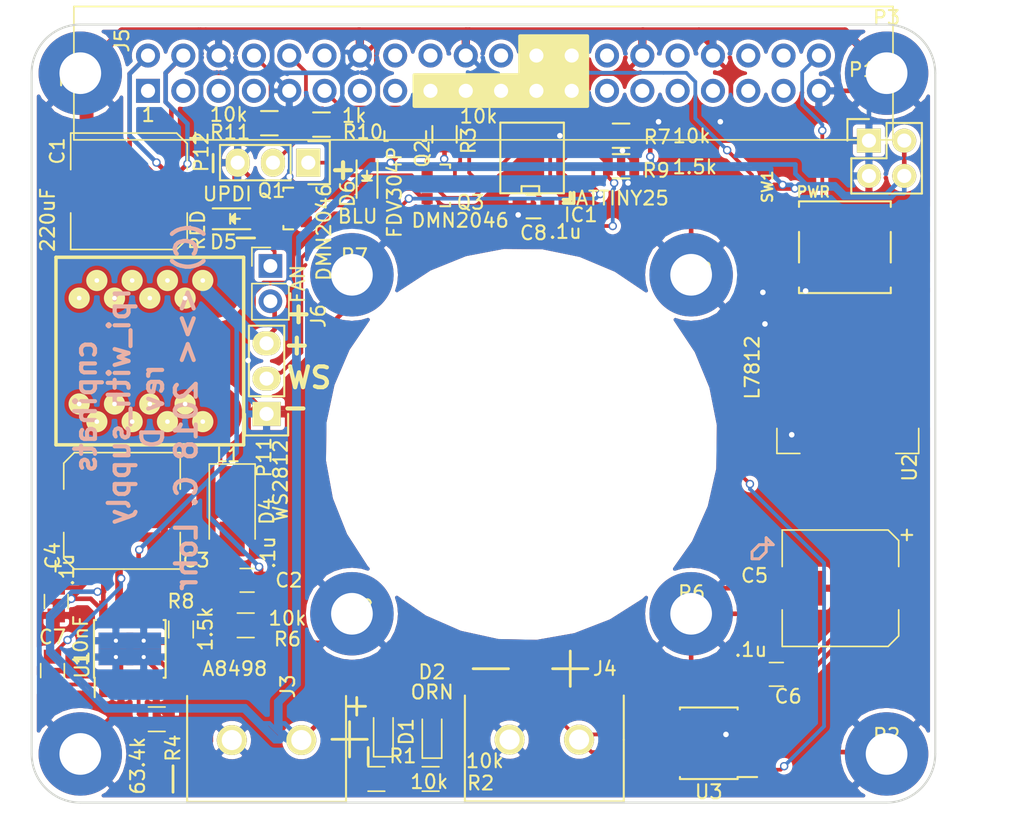
<source format=kicad_pcb>
(kicad_pcb (version 4) (host pcbnew 4.0.2+dfsg1-stable)
  (layers (0 F.Cu signal) (31 B.Cu signal) (34 B.Paste user) (35 F.Paste user) (36 B.SilkS user) (37 F.SilkS user) (38 B.Mask user) (39 F.Mask user) (44 Edge.Cuts user))
  (net 0 "")
  (net 1 PI_PWR)
  (net 2 GND)
  (net 3 HT)
  (net 4 +12V)
  (net 5 "Net-(C7-Pad1)")
  (net 6 "Net-(C7-Pad2)")
  (net 7 "Net-(D1-Pad1)")
  (net 8 "Net-(D2-Pad1)")
  (net 9 "Net-(R4-Pad1)")
  (net 10 "Net-(R6-Pad1)")
  (net 11 OUT)
  (net 12 INPUT)
  (net 13 +3V3)
  (net 14 SCK)
  (net 15 MISO)
  (net 16 MOSI)
  (net 17 "Net-(IC1-Pad3)")
  (net 18 FANCTL)
  (net 19 ~AVRRST~)
  (net 20 "Net-(D5-Pad2)")
  (net 21 GPIO21)
  (net 22 "Net-(J5-Pad8)")
  (net 23 TXRX)
  (net 24 GPIO17)
  (net 25 "Net-(P12-Pad2)")
  (net 26 "Net-(Q2-Pad1)")
  (module TACTILE10 (layer F.Cu) (at 75 32.525 180)
    (fp_text reference SW1 (at 5.575 4.35 270) (layer F.SilkS) (effects (font (size 0.762 0.762))))
    (fp_text value PWR (at 2.275 3.975 180) (layer F.SilkS) (effects (font (size 0.762 0.762))))
    (pad 1 smd rect (at -4.455 -2 180) (size 3.1 1) (layers F.Cu F.Paste F.Mask) (net 2 GND))
    (pad 2 smd rect (at -4.455 2 180) (size 3.1 1) (layers F.Cu F.Paste F.Mask))
    (pad 4 smd rect (at 4.455 2 180) (size 3.1 1) (layers F.Cu F.Paste F.Mask) (net 21 GPIO21))
    (pad 3 smd rect (at 4.455 -2 180) (size 3.1 1) (layers F.Cu F.Paste F.Mask))
  )
  (module PHOENIX1933189 (layer F.Cu) (at 53.38 67.97)
    (fp_text reference J4 (at 4.354 -5.112) (layer F.SilkS))
    (fp_text value "Phoenix 1933189 COMBICON")
    (pad 1 thru_hole circle (at -2.5 0) (size 2.159 2.159) (drill 1.4478) (layers *.Cu *.Mask F.SilkS) (net 2 GND))
    (pad 2 thru_hole circle (at 2.5 0) (size 2.159 2.159) (drill 1.4478) (layers *.Cu *.Mask F.SilkS) (net 11 OUT))
  )
  (module TO-263-3Lead (layer F.Cu) (at 75.21 45.22 90)
    (fp_text reference U2 (at -3.175 4.445 270) (layer F.SilkS))
    (fp_text value L7812 (at 4.04 -6.87 90) (layer F.SilkS))
    (pad 2 smd rect (at -4.58 0 90) (size 4.6 1.39) (layers F.Cu F.Paste F.Mask) (net 2 GND))
    (pad 2 smd rect (at 4.58 0 90) (size 9.4 10.8) (layers F.Cu F.Paste F.Mask) (net 2 GND))
    (pad 3 smd rect (at -4.58 2.54 90) (size 4.6 1.39) (layers F.Cu F.Paste F.Mask) (net 4 +12V))
    (pad 1 smd rect (at -4.58 -2.54 90) (size 4.6 1.39) (layers F.Cu F.Paste F.Mask) (net 3 HT))
  )
  (module CP_Elec_8x6.7 (layer F.Cu) (at 23.5 28.5 180)
    (fp_text reference C1 (at 5.15 2.9 270) (layer F.SilkS))
    (fp_text value 220uF (at 5.85 -2.05 270) (layer F.SilkS))
    (fp_text user + (at -4.78 3.91 180) (layer F.SilkS))
    (pad 1 smd rect (at -3.05 0) (size 4 2.5) (layers F.Cu F.Paste F.Mask) (net 1 PI_PWR))
    (pad 2 smd rect (at 3.05 0) (size 4 2.5) (layers F.Cu F.Paste F.Mask) (net 2 GND))
  )
  (module C_0805 (layer F.Cu) (at 32 56.5 180)
    (fp_text reference C2 (at -3 0 180) (layer F.SilkS))
    (fp_text value .1u (at -1.5 2 450) (layer F.SilkS))
    (pad 1 smd rect (at -1 0 180) (size 1 1.25) (layers F.Cu F.Paste F.Mask) (net 1 PI_PWR))
    (pad 2 smd rect (at 1 0 180) (size 1 1.25) (layers F.Cu F.Paste F.Mask) (net 2 GND))
  )
  (module CP_Elec_8x6.7 (layer F.Cu) (at 23 51.5)
    (fp_text reference C3 (at 5.334 3.556) (layer F.SilkS))
    (fp_text value 220uF)
    (fp_text user + (at -4.78 3.91) (layer F.SilkS))
    (pad 1 smd rect (at -3.05 0 180) (size 4 2.5) (layers F.Cu F.Paste F.Mask) (net 3 HT))
    (pad 2 smd rect (at 3.05 0 180) (size 4 2.5) (layers F.Cu F.Paste F.Mask) (net 2 GND))
  )
  (module C_0805 (layer F.Cu) (at 18.27 58.03 270)
    (fp_text reference C4 (at -3.302 0.254 270) (layer F.SilkS))
    (fp_text value .1u (at -2.286 -0.762 270) (layer F.SilkS))
    (pad 1 smd rect (at -1 0 270) (size 1 1.25) (layers F.Cu F.Paste F.Mask) (net 3 HT))
    (pad 2 smd rect (at 1 0 270) (size 1 1.25) (layers F.Cu F.Paste F.Mask) (net 2 GND))
  )
  (module CP_Elec_8x6.7 (layer F.Cu) (at 74.68 57.07 180)
    (fp_text reference C5 (at 6.18 0.91 180) (layer F.SilkS))
    (fp_text value 220uF)
    (fp_text user + (at -4.78 3.91 180) (layer F.SilkS))
    (pad 1 smd rect (at -3.05 0) (size 4 2.5) (layers F.Cu F.Paste F.Mask) (net 4 +12V))
    (pad 2 smd rect (at 3.05 0) (size 4 2.5) (layers F.Cu F.Paste F.Mask) (net 2 GND))
  )
  (module C_0805 (layer F.Cu) (at 70.07 63.27 180)
    (fp_text reference C6 (at -0.852 -1.586 180) (layer F.SilkS))
    (fp_text value .1u (at 1.83 1.78 360) (layer F.SilkS))
    (pad 1 smd rect (at -1 0 180) (size 1 1.25) (layers F.Cu F.Paste F.Mask) (net 4 +12V))
    (pad 2 smd rect (at 1 0 180) (size 1 1.25) (layers F.Cu F.Paste F.Mask) (net 2 GND))
  )
  (module C_0805 (layer F.Cu) (at 18 63 270)
    (fp_text reference C7 (at -2.413 0 360) (layer F.SilkS))
    (fp_text value 10nF (at -2.159 -2.032 270) (layer F.SilkS))
    (pad 1 smd rect (at -1 0 270) (size 1 1.25) (layers F.Cu F.Paste F.Mask) (net 5 "Net-(C7-Pad1)"))
    (pad 2 smd rect (at 1 0 270) (size 1 1.25) (layers F.Cu F.Paste F.Mask) (net 6 "Net-(C7-Pad2)"))
  )
  (module D_SMA (layer F.Cu) (at 30.927 51.531 270)
    (fp_text reference D4 (at 0 -2.5 270) (layer F.SilkS))
    (fp_text value D_Schottky)
    (pad 1 smd rect (at -2 0 270) (size 2.5 1.8) (layers F.Cu F.Paste F.Mask) (net 5 "Net-(C7-Pad1)"))
    (pad 2 smd rect (at 2 0 270) (size 2.5 1.8) (layers F.Cu F.Paste F.Mask) (net 2 GND))
  )
  (module PHOENIX1933189 (layer F.Cu) (at 33.4 68)
    (fp_text reference J3 (at 1.525 -3.865 90) (layer F.SilkS))
    (fp_text value "Phoenix 1933189 COMBICON")
    (pad 1 thru_hole circle (at -2.5 0) (size 2.159 2.159) (drill 1.4478) (layers *.Cu *.Mask F.SilkS) (net 2 GND))
    (pad 2 thru_hole circle (at 2.5 0) (size 2.159 2.159) (drill 1.4478) (layers *.Cu *.Mask F.SilkS) (net 3 HT))
  )
  (module IDC_Header_Straight_40pins (layer F.Cu) (at 24.87 21.27)
    (fp_text reference J5 (at -1.87 -3.62 90) (layer F.SilkS))
    (fp_text value Raspberry_Pi_2_3)
    (fp_text user 1 (at 0.02 1.72) (layer F.SilkS))
    (pad 1 thru_hole rect (at 0 0) (size 1.7272 1.7272) (drill 1.016) (layers *.Cu *.Mask))
    (pad 2 thru_hole oval (at 0 -2.54) (size 1.7272 1.7272) (drill 1.016) (layers *.Cu *.Mask) (net 1 PI_PWR))
    (pad 3 thru_hole oval (at 2.54 0) (size 1.7272 1.7272) (drill 1.016) (layers *.Cu *.Mask))
    (pad 4 thru_hole oval (at 2.54 -2.54) (size 1.7272 1.7272) (drill 1.016) (layers *.Cu *.Mask) (net 1 PI_PWR))
    (pad 5 thru_hole oval (at 5.08 0) (size 1.7272 1.7272) (drill 1.016) (layers *.Cu *.Mask))
    (pad 6 thru_hole oval (at 5.08 -2.54) (size 1.7272 1.7272) (drill 1.016) (layers *.Cu *.Mask) (net 2 GND))
    (pad 7 thru_hole oval (at 7.62 0) (size 1.7272 1.7272) (drill 1.016) (layers *.Cu *.Mask))
    (pad 8 thru_hole oval (at 7.62 -2.54) (size 1.7272 1.7272) (drill 1.016) (layers *.Cu *.Mask) (net 22 "Net-(J5-Pad8)"))
    (pad 9 thru_hole oval (at 10.16 0) (size 1.7272 1.7272) (drill 1.016) (layers *.Cu *.Mask) (net 2 GND))
    (pad 10 thru_hole oval (at 10.16 -2.54) (size 1.7272 1.7272) (drill 1.016) (layers *.Cu *.Mask) (net 23 TXRX))
    (pad 11 thru_hole oval (at 12.7 0) (size 1.7272 1.7272) (drill 1.016) (layers *.Cu *.Mask) (net 24 GPIO17))
    (pad 12 thru_hole oval (at 12.7 -2.54) (size 1.7272 1.7272) (drill 1.016) (layers *.Cu *.Mask))
    (pad 13 thru_hole oval (at 15.24 0) (size 1.7272 1.7272) (drill 1.016) (layers *.Cu *.Mask))
    (pad 14 thru_hole oval (at 15.24 -2.54) (size 1.7272 1.7272) (drill 1.016) (layers *.Cu *.Mask) (net 2 GND))
    (pad 15 thru_hole oval (at 17.78 0) (size 1.7272 1.7272) (drill 1.016) (layers *.Cu *.Mask))
    (pad 16 thru_hole oval (at 17.78 -2.54) (size 1.7272 1.7272) (drill 1.016) (layers *.Cu *.Mask))
    (pad 17 thru_hole oval (at 20.32 0) (size 1.7272 1.7272) (drill 1.016) (layers *.Cu *.Mask) (net 13 +3V3))
    (pad 18 thru_hole oval (at 20.32 -2.54) (size 1.7272 1.7272) (drill 1.016) (layers *.Cu *.Mask))
    (pad 19 thru_hole oval (at 22.86 0) (size 1.7272 1.7272) (drill 1.016) (layers *.Cu *.Mask) (net 16 MOSI))
    (pad 20 thru_hole oval (at 22.86 -2.54) (size 1.7272 1.7272) (drill 1.016) (layers *.Cu *.Mask) (net 2 GND))
    (pad 21 thru_hole oval (at 25.4 0) (size 1.7272 1.7272) (drill 1.016) (layers *.Cu *.Mask) (net 15 MISO))
    (pad 22 thru_hole oval (at 25.4 -2.54) (size 1.7272 1.7272) (drill 1.016) (layers *.Cu *.Mask))
    (pad 23 thru_hole oval (at 27.94 0) (size 1.7272 1.7272) (drill 1.016) (layers *.Cu *.Mask) (net 14 SCK))
    (pad 24 thru_hole oval (at 27.94 -2.54) (size 1.7272 1.7272) (drill 1.016) (layers *.Cu *.Mask) (net 19 ~AVRRST~))
    (pad 25 thru_hole oval (at 30.48 0) (size 1.7272 1.7272) (drill 1.016) (layers *.Cu *.Mask) (net 2 GND))
    (pad 26 thru_hole oval (at 30.48 -2.54) (size 1.7272 1.7272) (drill 1.016) (layers *.Cu *.Mask) (net 12 INPUT))
    (pad 27 thru_hole oval (at 33.02 0) (size 1.7272 1.7272) (drill 1.016) (layers *.Cu *.Mask))
    (pad 28 thru_hole oval (at 33.02 -2.54) (size 1.7272 1.7272) (drill 1.016) (layers *.Cu *.Mask))
    (pad 29 thru_hole oval (at 35.56 0) (size 1.7272 1.7272) (drill 1.016) (layers *.Cu *.Mask))
    (pad 30 thru_hole oval (at 35.56 -2.54) (size 1.7272 1.7272) (drill 1.016) (layers *.Cu *.Mask) (net 2 GND))
    (pad 31 thru_hole oval (at 38.1 0) (size 1.7272 1.7272) (drill 1.016) (layers *.Cu *.Mask))
    (pad 32 thru_hole oval (at 38.1 -2.54) (size 1.7272 1.7272) (drill 1.016) (layers *.Cu *.Mask))
    (pad 33 thru_hole oval (at 40.64 0) (size 1.7272 1.7272) (drill 1.016) (layers *.Cu *.Mask))
    (pad 34 thru_hole oval (at 40.64 -2.54) (size 1.7272 1.7272) (drill 1.016) (layers *.Cu *.Mask) (net 2 GND))
    (pad 35 thru_hole oval (at 43.18 0) (size 1.7272 1.7272) (drill 1.016) (layers *.Cu *.Mask))
    (pad 36 thru_hole oval (at 43.18 -2.54) (size 1.7272 1.7272) (drill 1.016) (layers *.Cu *.Mask))
    (pad 37 thru_hole oval (at 45.72 0) (size 1.7272 1.7272) (drill 1.016) (layers *.Cu *.Mask))
    (pad 38 thru_hole oval (at 45.72 -2.54) (size 1.7272 1.7272) (drill 1.016) (layers *.Cu *.Mask))
    (pad 39 thru_hole oval (at 48.26 0) (size 1.7272 1.7272) (drill 1.016) (layers *.Cu *.Mask) (net 2 GND))
    (pad 40 thru_hole oval (at 48.26 -2.54) (size 1.7272 1.7272) (drill 1.016) (layers *.Cu *.Mask) (net 21 GPIO21))
  )
  (module CHARLES_INDUCTOR (layer F.Cu) (at 25 40 180)
    (fp_text reference L1 (at -5.625 -7.475 360) (layer F.SilkS))
    (fp_text value 68uH)
    (pad 2 thru_hole circle (at 0 3.81 180) (size 1.524 1.524) (drill 0.3302) (layers *.Cu F.SilkS F.Mask) (net 1 PI_PWR))
    (pad 2 thru_hole circle (at 1.27 5.08 180) (size 1.524 1.524) (drill 0.3302) (layers *.Cu F.SilkS F.Mask) (net 1 PI_PWR))
    (pad 2 thru_hole circle (at 2.54 3.81 180) (size 1.524 1.524) (drill 0.3302) (layers *.Cu F.SilkS F.Mask) (net 1 PI_PWR))
    (pad 2 thru_hole circle (at 5.08 3.81 180) (size 1.524 1.524) (drill 0.3302) (layers *.Cu F.SilkS F.Mask) (net 1 PI_PWR))
    (pad 2 thru_hole circle (at 3.81 5.08 180) (size 1.524 1.524) (drill 0.3302) (layers *.Cu F.SilkS F.Mask) (net 1 PI_PWR))
    (pad 2 thru_hole circle (at -2.54 3.81 180) (size 1.524 1.524) (drill 0.3302) (layers *.Cu F.SilkS F.Mask) (net 1 PI_PWR))
    (pad 2 thru_hole circle (at -1.27 5.08 180) (size 1.524 1.524) (drill 0.3302) (layers *.Cu F.SilkS F.Mask) (net 1 PI_PWR))
    (pad 2 thru_hole circle (at -3.81 5.08 180) (size 1.524 1.524) (drill 0.3302) (layers *.Cu F.SilkS F.Mask) (net 1 PI_PWR))
    (pad 1 thru_hole circle (at 1.27 -5.08 180) (size 1.524 1.524) (drill 0.3302) (layers *.Cu F.SilkS F.Mask) (net 5 "Net-(C7-Pad1)"))
    (pad 1 thru_hole circle (at 2.54 -3.81 180) (size 1.524 1.524) (drill 0.3302) (layers *.Cu F.SilkS F.Mask) (net 5 "Net-(C7-Pad1)"))
    (pad 1 thru_hole circle (at 5.08 -3.81 180) (size 1.524 1.524) (drill 0.3302) (layers *.Cu F.SilkS F.Mask) (net 5 "Net-(C7-Pad1)"))
    (pad 1 thru_hole circle (at 3.81 -5.08 180) (size 1.524 1.524) (drill 0.3302) (layers *.Cu F.SilkS F.Mask) (net 5 "Net-(C7-Pad1)"))
    (pad 1 thru_hole circle (at -2.54 -3.81 180) (size 1.524 1.524) (drill 0.3302) (layers *.Cu F.SilkS F.Mask) (net 5 "Net-(C7-Pad1)"))
    (pad 1 thru_hole circle (at -1.27 -5.08 180) (size 1.524 1.524) (drill 0.3302) (layers *.Cu F.SilkS F.Mask) (net 5 "Net-(C7-Pad1)"))
    (pad 1 thru_hole circle (at -3.81 -5.08 180) (size 1.524 1.524) (drill 0.3302) (layers *.Cu F.SilkS F.Mask) (net 5 "Net-(C7-Pad1)"))
    (pad 1 smd circle (at -5.08 -3.81 180) (size 1.524 1.524) (layers F.Cu F.Paste F.Mask) (net 5 "Net-(C7-Pad1)"))
    (pad 1 smd oval (at 0 -4.5 180) (size 13.3 4.3) (layers F.Cu F.Paste F.Mask) (net 5 "Net-(C7-Pad1)"))
    (pad 2 smd oval (at 0 4.5 180) (size 13.3 4.3) (layers F.Cu F.Paste F.Mask) (net 1 PI_PWR))
    (pad 1 thru_hole circle (at 0 -3.81 180) (size 1.524 1.524) (drill 0.3302) (layers *.Cu F.SilkS F.Mask) (net 5 "Net-(C7-Pad1)"))
    (pad 2 smd circle (at -5.08 3.81 180) (size 1.524 1.524) (layers F.Cu F.Paste F.Mask) (net 1 PI_PWR))
  )
  (module MountingHole_3mm_Pad (layer F.Cu) (at 20 69)
    (fp_text reference P1 (at -0.05 -0.05) (layer F.SilkS))
    (fp_text value CONN_1)
    (pad 1 thru_hole circle (at 0 0) (size 6 6) (drill 3) (layers *.Cu *.Mask) (net 2 GND))
  )
  (module MountingHole_3mm_Pad (layer F.Cu) (at 78 69)
    (fp_text reference P2 (at 0 -1.325) (layer F.SilkS))
    (fp_text value CONN_1)
    (pad 1 thru_hole circle (at 0 0) (size 6 6) (drill 3) (layers *.Cu *.Mask) (net 2 GND))
  )
  (module MountingHole_3mm_Pad (layer F.Cu) (at 78 20)
    (fp_text reference P3 (at 0 -4) (layer F.SilkS))
    (fp_text value CONN_1)
    (pad 1 thru_hole circle (at 0 0) (size 6 6) (drill 3) (layers *.Cu *.Mask) (net 2 GND))
  )
  (module MountingHole_3mm_Pad (layer F.Cu) (at 20 20)
    (fp_text reference P4 (at -0.642 0.417879) (layer F.SilkS))
    (fp_text value CONN_1)
    (pad 1 thru_hole circle (at 0 0) (size 6 6) (drill 3) (layers *.Cu *.Mask) (net 2 GND))
  )
  (module MountingHole_3mm_Pad (layer F.Cu) (at 51.74 46.71)
    (fp_text reference P5 (at 0 -4) (layer F.SilkS))
    (fp_text value CONN_1)
    (pad "" np_thru_hole circle (at 0 0) (size 27.5 27.5) (drill 27.5) (layers *.Cu *.Mask))
  )
  (module MountingHole_3mm_Pad (layer F.Cu) (at 63.94 58.91)
    (fp_text reference P6 (at 0.036 -1.506) (layer F.SilkS))
    (fp_text value CONN_1)
    (pad 1 thru_hole circle (at 0 0) (size 6 6) (drill 3) (layers *.Cu *.Mask) (net 2 GND))
  )
  (module MountingHole_3mm_Pad (layer F.Cu) (at 39.54 34.51)
    (fp_text reference P7 (at 0.179 -1.363) (layer F.SilkS))
    (fp_text value CONN_1)
    (pad 1 thru_hole circle (at 0 0) (size 6 6) (drill 3) (layers *.Cu *.Mask) (net 2 GND))
  )
  (module MountingHole_3mm_Pad (layer F.Cu) (at 39.54 58.91)
    (fp_text reference P8 (at 0.56 -0.49) (layer F.SilkS))
    (fp_text value CONN_1)
    (pad 1 thru_hole circle (at 0 0) (size 6 6) (drill 3) (layers *.Cu *.Mask) (net 2 GND))
  )
  (module MountingHole_3mm_Pad (layer F.Cu) (at 63.94 34.51)
    (fp_text reference P9 (at 0.544 -0.347) (layer F.SilkS))
    (fp_text value CONN_1)
    (pad 1 thru_hole circle (at 0 0) (size 6 6) (drill 3) (layers *.Cu *.Mask) (net 2 GND))
  )
  (module R_0805 (layer F.Cu) (at 41.3 70.8 180)
    (fp_text reference R1 (at -1.905 1.651 180) (layer F.SilkS))
    (fp_text value 10k (at -3.8 -0.2 180) (layer F.SilkS))
    (pad 1 smd rect (at -0.95 0 180) (size 0.7 1.3) (layers F.Cu F.Paste F.Mask) (net 2 GND))
    (pad 2 smd rect (at 0.95 0 180) (size 0.7 1.3) (layers F.Cu F.Paste F.Mask) (net 7 "Net-(D1-Pad1)"))
  )
  (module R_0805 (layer F.Cu) (at 45.2 70.8)
    (fp_text reference R2 (at 3.6 0.3) (layer F.SilkS))
    (fp_text value 10k (at 3.9 -1.3 180) (layer F.SilkS))
    (pad 1 smd rect (at -0.95 0) (size 0.7 1.3) (layers F.Cu F.Paste F.Mask) (net 2 GND))
    (pad 2 smd rect (at 0.95 0) (size 0.7 1.3) (layers F.Cu F.Paste F.Mask) (net 8 "Net-(D2-Pad1)"))
  )
  (module R_0805 (layer F.Cu) (at 25.5 66.5)
    (fp_text reference R4 (at 1.17 2.08 270) (layer F.SilkS))
    (fp_text value 63.4k (at -1.37 3.35 90) (layer F.SilkS))
    (pad 1 smd rect (at -0.95 0) (size 0.7 1.3) (layers F.Cu F.Paste F.Mask) (net 9 "Net-(R4-Pad1)"))
    (pad 2 smd rect (at 0.95 0) (size 0.7 1.3) (layers F.Cu F.Paste F.Mask) (net 2 GND))
  )
  (module R_0805 (layer F.Cu) (at 31.9 59.74)
    (fp_text reference R6 (at 3 1) (layer F.SilkS))
    (fp_text value 10k (at 3 -0.5) (layer F.SilkS))
    (pad 1 smd rect (at -0.95 0) (size 0.7 1.3) (layers F.Cu F.Paste F.Mask) (net 10 "Net-(R6-Pad1)"))
    (pad 2 smd rect (at 0.95 0) (size 0.7 1.3) (layers F.Cu F.Paste F.Mask) (net 1 PI_PWR))
  )
  (module R_0805 (layer F.Cu) (at 27.244 60.04 90)
    (fp_text reference R8 (at 2.032 0 180) (layer F.SilkS))
    (fp_text value 1.5k (at 0.04 1.756 270) (layer F.SilkS))
    (pad 1 smd rect (at -0.95 0 90) (size 0.7 1.3) (layers F.Cu F.Paste F.Mask) (net 2 GND))
    (pad 2 smd rect (at 0.95 0 90) (size 0.7 1.3) (layers F.Cu F.Paste F.Mask) (net 10 "Net-(R6-Pad1)"))
  )
  (module SOIC-8-EP-THRU (layer F.Cu) (at 23.561 61.437 90)
    (fp_text reference U1 (at -1.143 -3.429 90) (layer F.SilkS))
    (fp_text value A8498 (at -1.428 7.554 180) (layer F.SilkS))
    (pad 1 smd rect (at -2.7 -1.905 90) (size 1.55 0.6) (layers F.Cu F.Paste F.Mask) (net 6 "Net-(C7-Pad2)"))
    (pad 2 smd rect (at -2.7 -0.635 90) (size 1.55 0.6) (layers F.Cu F.Paste F.Mask) (net 2 GND))
    (pad 3 smd rect (at -2.7 0.635 90) (size 1.55 0.6) (layers F.Cu F.Paste F.Mask) (net 9 "Net-(R4-Pad1)"))
    (pad 4 smd rect (at -2.7 1.905 90) (size 1.55 0.6) (layers F.Cu F.Paste F.Mask) (net 2 GND))
    (pad 5 smd rect (at 2.7 1.905 90) (size 1.55 0.6) (layers F.Cu F.Paste F.Mask) (net 10 "Net-(R6-Pad1)"))
    (pad 6 smd rect (at 2.7 0.635 90) (size 1.55 0.6) (layers F.Cu F.Paste F.Mask) (net 1 PI_PWR))
    (pad 7 smd rect (at 2.7 -0.635 90) (size 1.55 0.6) (layers F.Cu F.Paste F.Mask) (net 5 "Net-(C7-Pad1)"))
    (pad 8 smd rect (at 2.7 -1.905 90) (size 1.55 0.6) (layers F.Cu F.Paste F.Mask) (net 3 HT))
    (pad 9 thru_hole rect (at 0.5875 1 90) (size 1.175 2.5) (drill 0.3) (layers *.Cu F.Paste F.Mask) (net 2 GND))
    (pad 9 thru_hole rect (at 0.5875 -1 90) (size 1.175 2.5) (drill 0.3) (layers *.Cu F.Paste F.Mask) (net 2 GND))
    (pad 9 thru_hole rect (at -0.5875 1 90) (size 1.175 2.5) (drill 0.3) (layers *.Cu F.Paste F.Mask) (net 2 GND))
    (pad 9 thru_hole rect (at -0.5875 -1 90) (size 1.175 2.5) (drill 0.3) (layers *.Cu F.Paste F.Mask) (net 2 GND))
  )
  (module LED_0805 (layer F.Cu) (at 41.8 67.4 90)
    (fp_text reference D1 (at 0 1.651 90) (layer F.SilkS))
    (fp_text value RED)
    (pad 2 smd rect (at 1.1 0 270) (size 1.2 1.2) (layers F.Cu F.Paste F.Mask) (net 3 HT))
    (pad 1 smd rect (at -1.1 0 270) (size 1.2 1.2) (layers F.Cu F.Paste F.Mask) (net 7 "Net-(D1-Pad1)"))
  )
  (module LED_0805 (layer F.Cu) (at 45.3 67.5 90)
    (fp_text reference D2 (at 4.4 0 180) (layer F.SilkS))
    (fp_text value ORN (at 2.95 0.01 180) (layer F.SilkS))
    (pad 2 smd rect (at 1.1 0 270) (size 1.2 1.2) (layers F.Cu F.Paste F.Mask) (net 11 OUT))
    (pad 1 smd rect (at -1.1 0 270) (size 1.2 1.2) (layers F.Cu F.Paste F.Mask) (net 8 "Net-(D2-Pad1)"))
  )
  (module Pin_Header_Straight_2x02 (layer F.Cu) (at 76.73 24.853)
    (fp_text reference P10 (at 0 -5.1) (layer F.SilkS))
    (fp_text value CONN_02X02)
    (pad 1 thru_hole rect (at 0 0) (size 1.7272 1.7272) (drill 1.016) (layers *.Cu *.Mask F.SilkS) (net 2 GND))
    (pad 2 thru_hole oval (at 2.54 0) (size 1.7272 1.7272) (drill 1.016) (layers *.Cu *.Mask F.SilkS) (net 3 HT))
    (pad 3 thru_hole oval (at 0 2.54) (size 1.7272 1.7272) (drill 1.016) (layers *.Cu *.Mask F.SilkS) (net 2 GND))
    (pad 4 thru_hole oval (at 2.54 2.54) (size 1.7272 1.7272) (drill 1.016) (layers *.Cu *.Mask F.SilkS) (net 3 HT))
  )
  (module SOIC-8_3.9x4.9mm_Pitch1.27mm (layer F.Cu) (at 65.21 68.23 180)
    (fp_text reference U3 (at 0 -3.5 180) (layer F.SilkS))
    (fp_text value vn7040-switch)
    (pad 1 smd rect (at -2.7 -1.905 180) (size 1.55 0.6) (layers F.Cu F.Paste F.Mask) (net 12 INPUT))
    (pad 2 smd rect (at -2.7 -0.635 180) (size 1.55 0.6) (layers F.Cu F.Paste F.Mask) (net 2 GND))
    (pad 3 smd rect (at -2.7 0.635 180) (size 1.55 0.6) (layers F.Cu F.Paste F.Mask) (net 2 GND))
    (pad 4 smd rect (at -2.7 1.905 180) (size 1.55 0.6) (layers F.Cu F.Paste F.Mask))
    (pad 5 smd rect (at 2.7 1.905 180) (size 1.55 0.6) (layers F.Cu F.Paste F.Mask) (net 4 +12V))
    (pad 6 smd rect (at 2.7 0.635 180) (size 1.55 0.6) (layers F.Cu F.Paste F.Mask) (net 11 OUT))
    (pad 7 smd rect (at 2.7 -0.635 180) (size 1.55 0.6) (layers F.Cu F.Paste F.Mask) (net 11 OUT))
    (pad 8 smd rect (at 2.7 -1.905 180) (size 1.55 0.6) (layers F.Cu F.Paste F.Mask) (net 4 +12V))
  )
  (module Socket_Strip_Straight_1x02_Pitch2.54mm (layer F.Cu) (at 33.675 33.875)
    (fp_text reference J6 (at 3.45 3.6 90) (layer F.SilkS))
    (fp_text value FAN (at 1.975 1.3 90) (layer F.SilkS))
    (pad 1 thru_hole rect (at 0 0) (size 1.7 1.7) (drill 1) (layers *.Cu *.Mask) (net 20 "Net-(D5-Pad2)"))
    (pad 2 thru_hole oval (at 0 2.54) (size 1.7 1.7) (drill 1) (layers *.Cu *.Mask) (net 1 PI_PWR))
  )
  (module C_0805 (layer F.Cu) (at 52.6 29.6 180)
    (fp_text reference C8 (at 0 -1.9 180) (layer F.SilkS))
    (fp_text value .1u (at -2.3 -1.8 180) (layer F.SilkS))
    (pad 1 smd rect (at -1 0 180) (size 1 1.25) (layers F.Cu F.Paste F.Mask) (net 13 +3V3))
    (pad 2 smd rect (at 1 0 180) (size 1 1.25) (layers F.Cu F.Paste F.Mask) (net 2 GND))
  )
  (module SOIC-8-WIDE (layer F.Cu) (at 52.5 26.1 90)
    (fp_text reference IC1 (at -4.1 3.5 180) (layer F.SilkS))
    (fp_text value ATTINY25 (at -2.9 6.5 360) (layer F.SilkS))
    (pad 8 smd rect (at -1.905 -3.275 90) (size 0.508 1.343) (layers F.Cu F.Paste F.Mask) (net 13 +3V3))
    (pad 7 smd rect (at -0.635 -3.275 90) (size 0.508 1.343) (layers F.Cu F.Paste F.Mask) (net 14 SCK))
    (pad 6 smd rect (at 0.635 -3.275 90) (size 0.508 1.343) (layers F.Cu F.Paste F.Mask) (net 15 MISO))
    (pad 5 smd rect (at 1.905 -3.275 90) (size 0.508 1.343) (layers F.Cu F.Paste F.Mask) (net 16 MOSI))
    (pad 4 smd rect (at 1.905 3.275 90) (size 0.508 1.343) (layers F.Cu F.Paste F.Mask) (net 2 GND))
    (pad 3 smd rect (at 0.635 3.275 90) (size 0.508 1.343) (layers F.Cu F.Paste F.Mask) (net 17 "Net-(IC1-Pad3)"))
    (pad 2 smd rect (at -0.635 3.275 90) (size 0.508 1.343) (layers F.Cu F.Paste F.Mask) (net 18 FANCTL))
    (pad 1 smd rect (at -1.905 3.275 90) (size 0.508 1.343) (layers F.Cu F.Paste F.Mask) (net 19 ~AVRRST~))
  )
  (module R_0805 (layer F.Cu) (at 58.9 24.5 180)
    (fp_text reference R7 (at -2.6 -0.1 180) (layer F.SilkS))
    (fp_text value 10k (at -5.075 -0.025 180) (layer F.SilkS))
    (pad 1 smd rect (at -0.95 0 180) (size 0.7 1.3) (layers F.Cu F.Paste F.Mask) (net 3 HT))
    (pad 2 smd rect (at 0.95 0 180) (size 0.7 1.3) (layers F.Cu F.Paste F.Mask) (net 17 "Net-(IC1-Pad3)"))
  )
  (module R_0805 (layer F.Cu) (at 58.9 26.7)
    (fp_text reference R9 (at 2.525 0.3) (layer F.SilkS))
    (fp_text value 1.5k (at 5.3 0.05) (layer F.SilkS))
    (pad 1 smd rect (at -0.95 0) (size 0.7 1.3) (layers F.Cu F.Paste F.Mask) (net 17 "Net-(IC1-Pad3)"))
    (pad 2 smd rect (at 0.95 0) (size 0.7 1.3) (layers F.Cu F.Paste F.Mask) (net 2 GND))
  )
  (module SOT-23 (layer F.Cu) (at 35.26 29.74 90)
    (fp_text reference Q1 (at 1.29 -1.51 180) (layer F.SilkS))
    (fp_text value DMN2046 (at -1.71 2.265 270) (layer F.SilkS))
    (pad 1 smd rect (at -0.95 1.00076 90) (size 0.8001 0.8001) (layers F.Cu F.Paste F.Mask) (net 18 FANCTL))
    (pad 2 smd rect (at 0.95 1.00076 90) (size 0.8001 0.8001) (layers F.Cu F.Paste F.Mask) (net 2 GND))
    (pad 3 smd rect (at 0 -0.99822 90) (size 0.8001 0.8001) (layers F.Cu F.Paste F.Mask) (net 20 "Net-(D5-Pad2)"))
  )
  (module LED_0805 (layer F.Cu) (at 31.13 30.48)
    (fp_text reference D5 (at -0.83 1.67) (layer F.SilkS))
    (fp_text value RED (at -2.68 0.82 90) (layer F.SilkS))
    (pad 2 smd rect (at 1.04902 0 180) (size 1.19888 1.19888) (layers F.Cu F.Paste F.Mask) (net 20 "Net-(D5-Pad2)"))
    (pad 1 smd rect (at -1.04902 0 180) (size 1.19888 1.19888) (layers F.Cu F.Paste F.Mask) (net 1 PI_PWR))
  )
  (module Pin_Header_Straight_1x03 (layer F.Cu) (at 33.4 44.525 180)
    (fp_text reference P11 (at 0.175 -3.125 450) (layer F.SilkS))
    (fp_text value WS2812 (at -1 -4.8 270) (layer F.SilkS))
    (pad 1 thru_hole rect (at 0 0 180) (size 2.032 1.7272) (drill 1.016) (layers *.Cu *.Mask F.SilkS) (net 2 GND))
    (pad 2 thru_hole oval (at 0 2.54 180) (size 2.032 1.7272) (drill 1.016) (layers *.Cu *.Mask F.SilkS) (net 17 "Net-(IC1-Pad3)"))
    (pad 3 thru_hole oval (at 0 5.08 180) (size 2.032 1.7272) (drill 1.016) (layers *.Cu *.Mask F.SilkS) (net 1 PI_PWR))
  )
  (module LED_0805 (layer F.Cu) (at 40.625 27.375 90)
    (fp_text reference D6 (at -1.3 -1.4 270) (layer F.SilkS))
    (fp_text value BLU (at -2.925 -0.675 180) (layer F.SilkS))
    (pad 2 smd rect (at 1.04902 0 270) (size 1.19888 1.19888) (layers F.Cu F.Paste F.Mask))
    (pad 1 smd rect (at -1.04902 0 270) (size 1.19888 1.19888) (layers F.Cu F.Paste F.Mask) (net 2 GND))
  )
  (module Pin_Header_Straight_1x03 (layer F.Cu) (at 36.4 26.44 270)
    (fp_text reference P12 (at -0.765 7.7 450) (layer F.SilkS))
    (fp_text value UPDI (at 2.26 5.825 540) (layer F.SilkS))
    (pad 1 thru_hole rect (at 0 0 270) (size 2.032 1.7272) (drill 1.016) (layers *.Cu *.Mask F.SilkS) (net 13 +3V3))
    (pad 2 thru_hole oval (at 0 2.54 270) (size 2.032 1.7272) (drill 1.016) (layers *.Cu *.Mask F.SilkS) (net 25 "Net-(P12-Pad2)"))
    (pad 3 thru_hole oval (at 0 5.08 270) (size 2.032 1.7272) (drill 1.016) (layers *.Cu *.Mask F.SilkS) (net 2 GND))
  )
  (module R_0805 (layer F.Cu) (at 37.35 23.7 180)
    (fp_text reference R10 (at -2.975 -0.525 180) (layer F.SilkS))
    (fp_text value 1k (at -2.35 0.65 180) (layer F.SilkS))
    (pad 1 smd rect (at -0.95 0 180) (size 0.7 1.3) (layers F.Cu F.Paste F.Mask) (net 23 TXRX))
    (pad 2 smd rect (at 0.95 0 180) (size 0.7 1.3) (layers F.Cu F.Paste F.Mask) (net 25 "Net-(P12-Pad2)"))
  )
  (module R_0805 (layer F.Cu) (at 33.6 23.6)
    (fp_text reference R11 (at -2.825 0.65) (layer F.SilkS))
    (fp_text value 10k (at -2.925 -0.625) (layer F.SilkS))
    (pad 1 smd rect (at -0.95 0) (size 0.7 1.3) (layers F.Cu F.Paste F.Mask) (net 22 "Net-(J5-Pad8)"))
    (pad 2 smd rect (at 0.95 0) (size 0.7 1.3) (layers F.Cu F.Paste F.Mask) (net 23 TXRX))
  )
  (module SOT-23 (layer F.Cu) (at 43.375 24.225 180)
    (fp_text reference Q2 (at -1.225 -1.575 270) (layer F.SilkS))
    (fp_text value FDV304P (at 0.775 -4.35 270) (layer F.SilkS))
    (pad 1 smd rect (at -0.95 1.00076 180) (size 0.8001 0.8001) (layers F.Cu F.Paste F.Mask) (net 26 "Net-(Q2-Pad1)"))
    (pad 2 smd rect (at 0.95 1.00076 180) (size 0.8001 0.8001) (layers F.Cu F.Paste F.Mask) (net 25 "Net-(P12-Pad2)"))
    (pad 3 smd rect (at 0 -0.99822 180) (size 0.8001 0.8001) (layers F.Cu F.Paste F.Mask) (net 3 HT))
  )
  (module SOT-23 (layer F.Cu) (at 45.95 28.075 270)
    (fp_text reference Q3 (at 1.225 -2.125 360) (layer F.SilkS))
    (fp_text value DMN2046 (at 2.525 -1.375 540) (layer F.SilkS))
    (pad 1 smd rect (at -0.95 1.00076 270) (size 0.8001 0.8001) (layers F.Cu F.Paste F.Mask) (net 24 GPIO17))
    (pad 2 smd rect (at 0.95 1.00076 270) (size 0.8001 0.8001) (layers F.Cu F.Paste F.Mask) (net 2 GND))
    (pad 3 smd rect (at 0 -0.99822 270) (size 0.8001 0.8001) (layers F.Cu F.Paste F.Mask) (net 26 "Net-(Q2-Pad1)"))
  )
  (module R_0805 (layer F.Cu) (at 46.2 24.4 270)
    (fp_text reference R3 (at 0.45 -1.725 270) (layer F.SilkS))
    (fp_text value 10k (at -1.3 -2.45 360) (layer F.SilkS))
    (pad 1 smd rect (at -0.95 0 270) (size 0.7 1.3) (layers F.Cu F.Paste F.Mask) (net 26 "Net-(Q2-Pad1)"))
    (pad 2 smd rect (at 0.95 0 270) (size 0.7 1.3) (layers F.Cu F.Paste F.Mask) (net 3 HT))
  )
  (gr_text + (at 38.9 26.875) (layer F.SilkS) (effects (font (size 1.5 1.5) (thickness 0.3))))
  (gr_text + (at 35.7 37.25) (layer F.SilkS) (effects (font (size 1.5 1.5) (thickness 0.3))))
  (gr_text WS (at 36.45 41.925) (layer F.SilkS) (effects (font (size 1.5 1.5) (thickness 0.3))))
  (gr_text - (at 35.475 44.025) (layer F.SilkS) (effects (font (size 1.5 1.5) (thickness 0.3))))
  (gr_text + (at 35.575 39.5) (layer F.SilkS) (effects (font (size 1.5 1.5) (thickness 0.3))))
  (gr_line (start 55.245 61.595) (end 55.245 64.135) (angle 90) (layer F.SilkS) (width 0.2))
  (gr_line (start 53.975 62.865) (end 56.515 62.865) (angle 90) (layer F.SilkS) (width 0.2))
  (gr_line (start 48.26 62.865) (end 50.8 62.865) (angle 90) (layer F.SilkS) (width 0.2))
  (gr_line (start 26.67 71.755) (end 26.67 69.85) (angle 90) (layer F.SilkS) (width 0.2))
  (gr_line (start 39.37 69.215) (end 39.37 66.675) (angle 90) (layer F.SilkS) (width 0.2))
  (gr_line (start 38.1 67.945) (end 40.64 67.945) (angle 90) (layer F.SilkS) (width 0.2))
  (gr_line (start 40.71 69.805) (end 40.71 68.535) (angle 90) (layer F.SilkS) (width 0.2))
  (gr_line (start 39.25 65.57) (end 40.52 65.57) (angle 90) (layer F.SilkS) (width 0.2))
  (gr_line (start 39.885 66.205) (end 39.885 64.935) (angle 90) (layer F.SilkS) (width 0.2))
  (gr_line (start 31.27 31.86) (end 32.54 31.86) (angle 90) (layer F.SilkS) (width 0.2))
  (gr_line (start 29.555 27.11) (end 29.555 25.84) (angle 90) (layer F.SilkS) (width 0.2))
  (gr_arc (start 78 69) (end 81.5 69) (angle 90) (layer Edge.Cuts) (width 0.15))
  (gr_arc (start 20 69) (end 20 72.5) (angle 90) (layer Edge.Cuts) (width 0.15))
  (gr_arc (start 20 20) (end 16.5 20) (angle 90) (layer Edge.Cuts) (width 0.15))
  (gr_arc (start 78 20) (end 78 16.5) (angle 90) (layer Edge.Cuts) (width 0.15))
  (gr_line (start 78 16.5) (end 20 16.5) (angle 90) (layer Edge.Cuts) (width 0.15))
  (gr_line (start 81.5 69) (end 81.5 20) (angle 90) (layer Edge.Cuts) (width 0.15))
  (gr_line (start 20 72.5) (end 78 72.5) (angle 90) (layer Edge.Cuts) (width 0.15))
  (gr_line (start 16.5 20) (end 16.5 69) (angle 90) (layer Edge.Cuts) (width 0.15))
  (gr_text "cnpihats\nrpi_with_supply\nrev D\n(C) <>< 2018 C. Lohr" (at 24 44 90) (layer B.SilkS) (effects (font (size 1.5 1.5) (thickness 0.3)) (justify mirror)))
  (gr_line (start 68.832 53.94) (end 69.848 53.94) (angle 90) (layer B.SilkS) (width 0.2))
  (gr_line (start 68.324 54.448) (end 68.832 53.94) (angle 90) (layer B.SilkS) (width 0.2))
  (gr_line (start 68.324 54.956) (end 68.324 54.448) (angle 90) (layer B.SilkS) (width 0.2))
  (gr_line (start 68.832 54.956) (end 68.324 54.956) (angle 90) (layer B.SilkS) (width 0.2))
  (gr_line (start 69.34 54.448) (end 68.832 54.956) (angle 90) (layer B.SilkS) (width 0.2))
  (gr_line (start 69.34 53.432) (end 69.34 54.448) (angle 90) (layer B.SilkS) (width 0.2))
  (gr_line (start 69.848 53.94) (end 69.34 53.432) (angle 90) (layer B.SilkS) (width 0.2))
  (gr_line (start 68.832 53.94) (end 69.848 53.94) (angle 90) (layer F.SilkS) (width 0.2))
  (gr_line (start 68.324 54.448) (end 68.832 53.94) (angle 90) (layer F.SilkS) (width 0.2))
  (gr_line (start 68.324 54.956) (end 68.324 54.448) (angle 90) (layer F.SilkS) (width 0.2))
  (gr_line (start 68.832 54.956) (end 68.324 54.956) (angle 90) (layer F.SilkS) (width 0.2))
  (gr_line (start 69.34 54.448) (end 68.832 54.956) (angle 90) (layer F.SilkS) (width 0.2))
  (gr_line (start 69.34 53.432) (end 69.34 54.448) (angle 90) (layer F.SilkS) (width 0.2))
  (gr_line (start 69.848 53.94) (end 69.34 53.432) (angle 90) (layer F.SilkS) (width 0.2))
  (segment (start 30.08098 30.48) (end 30.08098 29.55036) (width 0.3302) (layer F.Cu) (net 1))
  (segment (start 30.08098 29.55036) (end 29.03062 28.5) (width 0.3302) (layer F.Cu) (net 1))
  (segment (start 29.03062 28.5) (end 28.8802 28.5) (width 0.3302) (layer F.Cu) (net 1))
  (segment (start 28.8802 28.5) (end 26.55 28.5) (width 0.3302) (layer F.Cu) (net 1))
  (segment (start 33.98 36.49) (end 33.98 38.44) (width 0.3302) (layer F.Cu) (net 1))
  (segment (start 33.98 38.44) (end 33.4 39.02) (width 0.3302) (layer F.Cu) (net 1))
  (segment (start 28.81 34.92) (end 28.81 35.21) (width 0.3302) (layer B.Cu) (net 1))
  (segment (start 28.81 35.21) (end 32.62 39.02) (width 0.3302) (layer B.Cu) (net 1))
  (segment (start 32.62 39.02) (end 33.4 39.02) (width 0.3302) (layer B.Cu) (net 1))
  (segment (start 33.4 39.02) (end 32.42 39.02) (width 0.3302) (layer B.Cu) (net 1))
  (segment (start 32.42 39.02) (end 28.81 35.41) (width 0.3302) (layer B.Cu) (net 1))
  (segment (start 28.81 35.41) (end 28.81 34.92) (width 0.3302) (layer B.Cu) (net 1))
  (segment (start 33.4 39.02) (end 32.91 39.02) (width 0.3302) (layer B.Cu) (net 1))
  (segment (start 32.91 39.02) (end 28.81 34.92) (width 0.3302) (layer B.Cu) (net 1))
  (segment (start 33.4 39.02) (end 32.12 39.02) (width 0.3302) (layer B.Cu) (net 1))
  (segment (start 31.2 38.1) (end 31.2 38.23) (width 0.3302) (layer B.Cu) (net 1))
  (segment (start 32.12 39.02) (end 31.2 38.1) (width 0.3302) (layer B.Cu) (net 1))
  (segment (start 26.14 20) (end 27.41 18.73) (width 0.3302) (layer F.Cu) (net 1))
  (segment (start 26.14 22.07) (end 26.14 20) (width 0.3302) (layer F.Cu) (net 1))
  (segment (start 26.55 22.48) (end 26.14 22.07) (width 0.3302) (layer F.Cu) (net 1))
  (segment (start 26.14 22.07) (end 27.71 23.64) (width 0.3302) (layer B.Cu) (net 1))
  (segment (start 26.14 19.97) (end 26.14 22.07) (width 0.3302) (layer B.Cu) (net 1))
  (segment (start 27.38 18.73) (end 26.14 19.97) (width 0.3302) (layer B.Cu) (net 1))
  (segment (start 27.71 23.64) (end 27.71 26.52) (width 0.3302) (layer B.Cu) (net 1))
  (via (at 27.71 26.52) (size 0.6) (drill 0.4) (layers F.Cu B.Cu) (net 1))
  (segment (start 27.71 26.52) (end 26.55 27.68) (width 0.3302) (layer F.Cu) (net 1))
  (segment (start 29.235 49.305) (end 29.235 51.905) (width 0.3302) (layer B.Cu) (net 1))
  (segment (start 33 55.67) (end 33 56.5) (width 0.3302) (layer F.Cu) (net 1))
  (segment (start 32.86 55.53) (end 33 55.67) (width 0.3302) (layer F.Cu) (net 1))
  (via (at 32.86 55.53) (size 0.6) (drill 0.4) (layers F.Cu B.Cu) (net 1))
  (segment (start 29.235 51.905) (end 32.86 55.53) (width 0.3302) (layer B.Cu) (net 1))
  (segment (start 24.196 58.737) (end 24.196 54.344) (width 0.3302) (layer F.Cu) (net 1))
  (segment (start 28.81 35.84) (end 28.81 34.92) (width 0.3302) (layer B.Cu) (net 1))
  (segment (start 31.25 38.28) (end 31.2 38.23) (width 0.3302) (layer B.Cu) (net 1))
  (segment (start 31.2 38.23) (end 28.81 35.84) (width 0.3302) (layer B.Cu) (net 1))
  (segment (start 31.25 47.29) (end 31.25 38.28) (width 0.3302) (layer B.Cu) (net 1))
  (segment (start 24.24 54.3) (end 29.235 49.305) (width 0.3302) (layer B.Cu) (net 1))
  (segment (start 29.235 49.305) (end 31.25 47.29) (width 0.3302) (layer B.Cu) (net 1))
  (via (at 24.24 54.3) (size 0.6) (drill 0.4) (layers F.Cu B.Cu) (net 1))
  (segment (start 24.196 54.344) (end 24.24 54.3) (width 0.3302) (layer F.Cu) (net 1))
  (segment (start 32.85 59.74) (end 32.85 56.65) (width 0.3302) (layer F.Cu) (net 1))
  (segment (start 32.85 56.65) (end 33 56.5) (width 0.3302) (layer F.Cu) (net 1))
  (segment (start 26.55 28.5) (end 26.55 27.5) (width 0.3302) (layer F.Cu) (net 1))
  (segment (start 26.55 27.5) (end 25.48 26.43) (width 0.3302) (layer F.Cu) (net 1))
  (segment (start 23.55 20.05) (end 24.87 18.73) (width 0.3302) (layer B.Cu) (net 1))
  (segment (start 23.55 24.5) (end 23.55 20.05) (width 0.3302) (layer B.Cu) (net 1))
  (segment (start 25.48 26.43) (end 23.55 24.5) (width 0.3302) (layer B.Cu) (net 1))
  (via (at 25.48 26.43) (size 0.6) (drill 0.4) (layers F.Cu B.Cu) (net 1))
  (segment (start 27.41 18.73) (end 27.38 18.73) (width 0.3302) (layer B.Cu) (net 1))
  (segment (start 26.55 27.68) (end 26.55 28.5) (width 0.3302) (layer F.Cu) (net 1))
  (segment (start 26.55 28.5) (end 26.55 22.48) (width 0.3302) (layer F.Cu) (net 1))
  (segment (start 24.87 18.73) (end 24.86 18.73) (width 0.3302) (layer F.Cu) (net 1))
  (segment (start 24.86 18.73) (end 23.55 20.04) (width 0.3302) (layer F.Cu) (net 1))
  (segment (start 23.55 20.04) (end 23.55 25.5) (width 0.3302) (layer F.Cu) (net 1))
  (segment (start 23.55 25.5) (end 26.55 28.5) (width 0.3302) (layer F.Cu) (net 1))
  (segment (start 26.55 28.5) (end 26.55 33.95) (width 0.6) (layer F.Cu) (net 1))
  (segment (start 26.55 33.95) (end 25 35.5) (width 0.6) (layer F.Cu) (net 1))
  (segment (start 25 35.5) (end 25 36.19) (width 0.6) (layer F.Cu) (net 1))
  (segment (start 38.9 18.475) (end 38.9 20.45) (width 0.3302) (layer B.Cu) (net 2))
  (segment (start 39.225 18.475) (end 38.9 18.475) (width 0.3302) (layer B.Cu) (net 2))
  (segment (start 39.48 18.73) (end 39.225 18.475) (width 0.3302) (layer B.Cu) (net 2))
  (segment (start 38.85 20.5) (end 38.85 21.475) (width 0.3302) (layer B.Cu) (net 2))
  (segment (start 38.9 20.45) (end 38.85 20.5) (width 0.3302) (layer B.Cu) (net 2))
  (segment (start 40.11 18.73) (end 39.48 18.73) (width 0.3302) (layer B.Cu) (net 2))
  (segment (start 28.675 19.975) (end 30.8 19.975) (width 0.3302) (layer F.Cu) (net 2))
  (segment (start 30.8 19.975) (end 30.9975 19.7775) (width 0.3302) (layer F.Cu) (net 2))
  (segment (start 28.675 19.975) (end 29.55 19.975) (width 0.3302) (layer B.Cu) (net 2))
  (segment (start 33.825 20.065) (end 34.26 20.065) (width 0.3302) (layer B.Cu) (net 2))
  (segment (start 38.865 19.975) (end 40.11 18.73) (width 0.3302) (layer B.Cu) (net 2))
  (segment (start 34.35 19.975) (end 38.865 19.975) (width 0.3302) (layer B.Cu) (net 2))
  (segment (start 34.26 20.065) (end 34.35 19.975) (width 0.3302) (layer B.Cu) (net 2))
  (segment (start 29.95 18.73) (end 29.63 18.73) (width 0.3302) (layer B.Cu) (net 2))
  (segment (start 29.63 18.73) (end 28.925 18.025) (width 0.3302) (layer B.Cu) (net 2))
  (segment (start 28.675 18.075) (end 28.675 19.975) (width 0.3302) (layer B.Cu) (net 2))
  (segment (start 28.675 19.975) (end 28.675 22.3) (width 0.3302) (layer B.Cu) (net 2))
  (segment (start 28.725 18.025) (end 28.675 18.075) (width 0.3302) (layer B.Cu) (net 2))
  (segment (start 28.925 18.025) (end 28.725 18.025) (width 0.3302) (layer B.Cu) (net 2))
  (segment (start 28.65 17) (end 28.65 18.15) (width 0.3302) (layer F.Cu) (net 2))
  (segment (start 28.675 18.175) (end 28.675 19.975) (width 0.3302) (layer F.Cu) (net 2))
  (segment (start 28.675 19.975) (end 28.675 22.4) (width 0.3302) (layer F.Cu) (net 2))
  (segment (start 28.65 18.15) (end 28.675 18.175) (width 0.3302) (layer F.Cu) (net 2))
  (segment (start 35.1 26.958934) (end 35.1 25.275) (width 0.3302) (layer B.Cu) (net 2))
  (segment (start 35.033198 27.45) (end 35.033198 27.025736) (width 0.3302) (layer B.Cu) (net 2))
  (segment (start 35.033198 27.025736) (end 35.1 26.958934) (width 0.3302) (layer B.Cu) (net 2))
  (segment (start 36.26076 28.79) (end 35.033198 27.562438) (width 0.3302) (layer F.Cu) (net 2))
  (segment (start 35.033198 27.562438) (end 35.033198 27.45) (width 0.3302) (layer F.Cu) (net 2))
  (via (at 35.033198 27.45) (size 0.6) (drill 0.4) (layers F.Cu B.Cu) (net 2))
  (via (at 35.025 35.1) (size 0.6) (drill 0.4) (layers F.Cu B.Cu) (net 2))
  (segment (start 35.15 34.975) (end 35.025 35.1) (width 0.3302) (layer F.Cu) (net 2))
  (segment (start 33.186914 35.1) (end 35.025 35.1) (width 0.3302) (layer F.Cu) (net 2))
  (segment (start 28.85 40.675) (end 32.456699 37.068301) (width 0.3302) (layer F.Cu) (net 2))
  (segment (start 32.456699 37.068301) (end 32.456699 35.830215) (width 0.3302) (layer F.Cu) (net 2))
  (segment (start 32.456699 35.830215) (end 33.186914 35.1) (width 0.3302) (layer F.Cu) (net 2))
  (segment (start 32.075 40.675) (end 28.85 40.675) (width 0.3302) (layer F.Cu) (net 2))
  (segment (start 33.4 44.525) (end 33.2476 44.525) (width 0.3302) (layer B.Cu) (net 2))
  (segment (start 33.2476 44.525) (end 32.01569 43.29309) (width 0.3302) (layer B.Cu) (net 2))
  (segment (start 32.01569 43.29309) (end 32.01569 40.73431) (width 0.3302) (layer B.Cu) (net 2))
  (segment (start 32.01569 40.73431) (end 32.075 40.675) (width 0.3302) (layer B.Cu) (net 2))
  (via (at 32.075 40.675) (size 0.6) (drill 0.4) (layers F.Cu B.Cu) (net 2))
  (segment (start 40.625 28.42402) (end 36.62674 28.42402) (width 0.3302) (layer F.Cu) (net 2))
  (segment (start 36.62674 28.42402) (end 36.26076 28.79) (width 0.3302) (layer F.Cu) (net 2))
  (segment (start 44.94924 29.025) (end 44.65 29.025) (width 0.3302) (layer F.Cu) (net 2))
  (segment (start 44.65 29.025) (end 43.925 28.3) (width 0.3302) (layer F.Cu) (net 2))
  (segment (start 43.925 28.3) (end 40.74902 28.3) (width 0.3302) (layer F.Cu) (net 2))
  (segment (start 40.74902 28.3) (end 40.625 28.42402) (width 0.3302) (layer F.Cu) (net 2))
  (segment (start 30.927 53.531) (end 31.419 53.531) (width 0.3302) (layer F.Cu) (net 2))
  (segment (start 31.419 53.531) (end 33.4 51.55) (width 0.3302) (layer F.Cu) (net 2))
  (segment (start 33.4 51.55) (end 33.4 44.525) (width 0.3302) (layer F.Cu) (net 2))
  (segment (start 31.675 43.075) (end 31.675 38) (width 0.3302) (layer F.Cu) (net 2))
  (segment (start 31.1 32.725) (end 31.1 26.66) (width 0.3302) (layer F.Cu) (net 2))
  (segment (start 32.3 33.925) (end 31.1 32.725) (width 0.3302) (layer F.Cu) (net 2))
  (segment (start 32.3 37.375) (end 32.3 33.925) (width 0.3302) (layer F.Cu) (net 2))
  (segment (start 31.675 38) (end 32.3 37.375) (width 0.3302) (layer F.Cu) (net 2))
  (segment (start 31.1 26.66) (end 31.32 26.44) (width 0.3302) (layer F.Cu) (net 2))
  (segment (start 35.03 21.27) (end 33.808686 21.27) (width 0.3302) (layer B.Cu) (net 2))
  (segment (start 33.808686 21.27) (end 33.75 21.328686) (width 0.3302) (layer B.Cu) (net 2))
  (segment (start 33.75 21.328686) (end 33.75 23.8576) (width 0.3302) (layer B.Cu) (net 2))
  (segment (start 33.75 23.8576) (end 31.32 26.2876) (width 0.3302) (layer B.Cu) (net 2))
  (segment (start 31.32 26.2876) (end 31.32 26.44) (width 0.3302) (layer B.Cu) (net 2))
  (segment (start 36.26076 28.79) (end 33.5176 28.79) (width 0.3302) (layer F.Cu) (net 2))
  (segment (start 33.5176 28.79) (end 31.32 26.5924) (width 0.3302) (layer F.Cu) (net 2))
  (segment (start 31.32 26.5924) (end 31.32 26.44) (width 0.3302) (layer F.Cu) (net 2))
  (segment (start 33.798099 17.551901) (end 33.925 17.425) (width 0.3302) (layer B.Cu) (net 2))
  (segment (start 35.03 21.27) (end 33.825 20.065) (width 0.3302) (layer B.Cu) (net 2))
  (segment (start 33.825 20.065) (end 33.798099 20.038099) (width 0.3302) (layer B.Cu) (net 2))
  (segment (start 33.798099 20.038099) (end 33.798099 17.551901) (width 0.3302) (layer B.Cu) (net 2))
  (segment (start 28.5 17) (end 28.65 17) (width 0.6) (layer F.Cu) (net 2))
  (segment (start 28.65 17) (end 29.025 17) (width 0.6) (layer F.Cu) (net 2))
  (segment (start 29.441314 17) (end 29.025 17) (width 0.3302) (layer F.Cu) (net 2))
  (segment (start 29.025 17) (end 40 17) (width 0.6) (layer F.Cu) (net 2))
  (segment (start 29.95 17.508686) (end 29.441314 17) (width 0.3302) (layer F.Cu) (net 2))
  (segment (start 29.95 18.73) (end 29.95 17.508686) (width 0.3302) (layer F.Cu) (net 2))
  (segment (start 31.32 26.44) (end 31.32 25.0938) (width 0.3302) (layer F.Cu) (net 2))
  (segment (start 31.242 20.022) (end 30.9975 19.7775) (width 0.3302) (layer F.Cu) (net 2))
  (segment (start 31.242 25.0158) (end 31.242 20.022) (width 0.3302) (layer F.Cu) (net 2))
  (segment (start 31.32 25.0938) (end 31.242 25.0158) (width 0.3302) (layer F.Cu) (net 2))
  (segment (start 30.9975 19.7775) (end 29.95 18.73) (width 0.3302) (layer F.Cu) (net 2))
  (segment (start 60.325 30.225) (end 60.325 30.895) (width 0.3302) (layer F.Cu) (net 2))
  (segment (start 60.325 30.895) (end 63.94 34.51) (width 0.3302) (layer F.Cu) (net 2))
  (segment (start 59.4 27.9) (end 60.325 28.825) (width 0.3302) (layer F.Cu) (net 2))
  (segment (start 56.5 30.7) (end 52.6 30.7) (width 0.3302) (layer F.Cu) (net 2))
  (segment (start 60.325 28.825) (end 60.325 30.225) (width 0.3302) (layer F.Cu) (net 2))
  (segment (start 59 30.5) (end 58.6 30.1) (width 0.3302) (layer F.Cu) (net 2))
  (segment (start 60.325 30.225) (end 60.05 30.5) (width 0.3302) (layer F.Cu) (net 2))
  (segment (start 57.1 30.1) (end 56.5 30.7) (width 0.3302) (layer F.Cu) (net 2))
  (segment (start 60.05 30.5) (end 59 30.5) (width 0.3302) (layer F.Cu) (net 2))
  (segment (start 58.6 30.1) (end 57.1 30.1) (width 0.3302) (layer F.Cu) (net 2))
  (segment (start 52.6 30.7) (end 51.6 29.7) (width 0.3302) (layer F.Cu) (net 2))
  (segment (start 51.6 29.7) (end 51.6 29.6) (width 0.3302) (layer F.Cu) (net 2))
  (segment (start 59.030575 25.580575) (end 59 25.580575) (width 0.3302) (layer F.Cu) (net 2))
  (segment (start 59.85 26.4) (end 59.030575 25.580575) (width 0.3302) (layer F.Cu) (net 2))
  (via (at 59 25.580575) (size 0.6) (drill 0.4) (layers F.Cu B.Cu) (net 2))
  (segment (start 59.85 26.7) (end 59.85 26.4) (width 0.3302) (layer F.Cu) (net 2))
  (segment (start 33.4 44.1) (end 33.3 44.1) (width 0.3302) (layer F.Cu) (net 2))
  (segment (start 39.54 34.51) (end 39.54 36.56) (width 0.3302) (layer F.Cu) (net 2))
  (segment (start 39.54 36.56) (end 37 39.1) (width 0.3302) (layer F.Cu) (net 2))
  (segment (start 35.1 44.1) (end 33.4 44.1) (width 0.3302) (layer F.Cu) (net 2))
  (segment (start 37 42.2) (end 35.1 44.1) (width 0.3302) (layer F.Cu) (net 2))
  (segment (start 37 39.1) (end 37 42.2) (width 0.3302) (layer F.Cu) (net 2))
  (segment (start 33.4 44.1) (end 33 44.1) (width 0.3302) (layer F.Cu) (net 2))
  (segment (start 33 44.1) (end 32.1 43.2) (width 0.3302) (layer F.Cu) (net 2))
  (segment (start 32.1 45.8) (end 32.1 43.5) (width 0.3302) (layer F.Cu) (net 2))
  (segment (start 32.1 44.5) (end 32.1 45.8) (width 0.3302) (layer F.Cu) (net 2))
  (segment (start 32.5 44.1) (end 32.1 44.5) (width 0.3302) (layer F.Cu) (net 2))
  (segment (start 32.1 43.5) (end 31.675 43.075) (width 0.3302) (layer F.Cu) (net 2))
  (segment (start 31.675 43.075) (end 31.6 43) (width 0.3302) (layer F.Cu) (net 2))
  (segment (start 33.4 44.1) (end 32.5 44.1) (width 0.3302) (layer F.Cu) (net 2))
  (segment (start 75.21 40.64) (end 75.21 45.6702) (width 0.3302) (layer F.Cu) (net 2))
  (segment (start 75.21 45.6702) (end 74.8552 46.025) (width 0.3302) (layer F.Cu) (net 2))
  (segment (start 74.8552 46.025) (end 71.175 46.025) (width 0.3302) (layer F.Cu) (net 2))
  (via (at 71.175 46.025) (size 0.6) (drill 0.4) (layers F.Cu B.Cu) (net 2))
  (segment (start 75.21 40.64) (end 75.21 38.71) (width 0.3302) (layer F.Cu) (net 2))
  (segment (start 75.21 38.71) (end 72.175 35.675) (width 0.3302) (layer F.Cu) (net 2))
  (via (at 72.175 35.675) (size 0.6) (drill 0.4) (layers F.Cu B.Cu) (net 2))
  (segment (start 72.19 40.64) (end 69.6 38.05) (width 0.3302) (layer F.Cu) (net 2))
  (segment (start 69.6 38.05) (end 69.25 38.05) (width 0.3302) (layer F.Cu) (net 2))
  (via (at 69.25 38.05) (size 0.6) (drill 0.4) (layers F.Cu B.Cu) (net 2))
  (segment (start 75.21 40.64) (end 72.19 40.64) (width 0.3302) (layer F.Cu) (net 2))
  (segment (start 69.55 35.675) (end 69.2 35.675) (width 0.3302) (layer F.Cu) (net 2))
  (segment (start 69.2 35.675) (end 69.1 35.775) (width 0.3302) (layer F.Cu) (net 2))
  (via (at 69.1 35.775) (size 0.6) (drill 0.4) (layers F.Cu B.Cu) (net 2))
  (segment (start 74.515 40.64) (end 69.55 35.675) (width 0.3302) (layer F.Cu) (net 2))
  (segment (start 75.21 40.64) (end 74.515 40.64) (width 0.3302) (layer F.Cu) (net 2))
  (segment (start 79.455 34.525) (end 79.455 36.395) (width 0.3302) (layer F.Cu) (net 2))
  (segment (start 79.455 36.395) (end 75.21 40.64) (width 0.3302) (layer F.Cu) (net 2))
  (segment (start 66.113 24.853) (end 65.89 24.63) (width 0.3302) (layer F.Cu) (net 2))
  (segment (start 72.779214 23.331698) (end 71.257912 24.853) (width 0.3302) (layer F.Cu) (net 2))
  (segment (start 74.014898 23.331698) (end 72.779214 23.331698) (width 0.3302) (layer F.Cu) (net 2))
  (segment (start 75.5362 24.853) (end 74.014898 23.331698) (width 0.3302) (layer F.Cu) (net 2))
  (segment (start 76.73 24.853) (end 75.5362 24.853) (width 0.3302) (layer F.Cu) (net 2))
  (segment (start 71.257912 24.853) (end 66.113 24.853) (width 0.3302) (layer F.Cu) (net 2))
  (segment (start 66.8 20.02) (end 65.51 18.73) (width 0.3302) (layer F.Cu) (net 2))
  (segment (start 66.8 22.86) (end 66.8 20.02) (width 0.3302) (layer F.Cu) (net 2))
  (segment (start 60.5 17) (end 64.5 17) (width 0.6) (layer F.Cu) (net 2))
  (segment (start 60.43 18.73) (end 60.43 17) (width 0.6) (layer F.Cu) (net 2))
  (segment (start 29.95 18.73) (end 31.242 20.022) (width 0.3302) (layer B.Cu) (net 2))
  (segment (start 31.242 20.022) (end 31.242 22.352) (width 0.3302) (layer B.Cu) (net 2))
  (segment (start 55.775 24.195) (end 54.805 24.195) (width 0.3302) (layer F.Cu) (net 2))
  (segment (start 49.4 22.7) (end 49 22.3) (width 0.3302) (layer B.Cu) (net 2))
  (segment (start 52.7 22.7) (end 49.4 22.7) (width 0.3302) (layer B.Cu) (net 2))
  (segment (start 54.5 24.5) (end 52.7 22.7) (width 0.3302) (layer B.Cu) (net 2))
  (via (at 54.5 24.5) (size 0.6) (drill 0.4) (layers F.Cu B.Cu) (net 2))
  (segment (start 54.805 24.195) (end 54.5 24.5) (width 0.3302) (layer F.Cu) (net 2))
  (segment (start 47.73 18.73) (end 47.93 18.73) (width 0.3302) (layer B.Cu) (net 2))
  (segment (start 47.93 18.73) (end 49 19.8) (width 0.3302) (layer B.Cu) (net 2))
  (segment (start 49 19.8) (end 49 22.3) (width 0.3302) (layer B.Cu) (net 2))
  (segment (start 49 22.3) (end 49 22.4) (width 0.3302) (layer B.Cu) (net 2))
  (segment (start 41.3 18) (end 41.3 20.2) (width 0.3302) (layer F.Cu) (net 2))
  (segment (start 41.1 18) (end 41.3 18) (width 0.3302) (layer F.Cu) (net 2))
  (segment (start 40.37 18.73) (end 41.1 18) (width 0.3302) (layer F.Cu) (net 2))
  (segment (start 41.4 20.3) (end 41.4 21.8) (width 0.3302) (layer F.Cu) (net 2))
  (segment (start 41.3 20.2) (end 41.4 20.3) (width 0.3302) (layer F.Cu) (net 2))
  (segment (start 40.11 18.73) (end 40.37 18.73) (width 0.3302) (layer F.Cu) (net 2))
  (segment (start 59.85 26.7) (end 59.85 27.45) (width 0.3302) (layer F.Cu) (net 2))
  (segment (start 59.4 27.9) (end 59.4 28) (width 0.3302) (layer B.Cu) (net 2))
  (via (at 59.4 27.9) (size 0.6) (drill 0.4) (layers F.Cu B.Cu) (net 2))
  (segment (start 59.85 27.45) (end 59.4 27.9) (width 0.3302) (layer F.Cu) (net 2))
  (via (at 51.5 30.2) (size 0.6) (drill 0.4) (layers F.Cu B.Cu) (net 2))
  (segment (start 66.04 22.86) (end 66.04 23.495) (width 0.3302) (layer B.Cu) (net 2))
  (segment (start 66.04 23.495) (end 66.8 23.495) (width 0.3302) (layer F.Cu) (net 2))
  (via (at 66.04 23.495) (size 0.6) (drill 0.4) (layers F.Cu B.Cu) (net 2))
  (segment (start 66.8 23.495) (end 66.675 23.495) (width 0.3302) (layer F.Cu) (net 2))
  (segment (start 66.675 23.495) (end 66.8 23.495) (width 0.3302) (layer F.Cu) (net 2))
  (segment (start 66.8 22.86) (end 62.23 22.86) (width 0.3302) (layer F.Cu) (net 2))
  (via (at 61.595 23.495) (size 0.6) (drill 0.4) (layers F.Cu B.Cu) (net 2))
  (segment (start 62.23 22.86) (end 61.595 23.495) (width 0.3302) (layer F.Cu) (net 2))
  (segment (start 31.24 20.15) (end 31.71 20.15) (width 0.3302) (layer B.Cu) (net 2))
  (segment (start 33.77 20.22) (end 33.77 21.67) (width 0.3302) (layer B.Cu) (net 2))
  (segment (start 33.55 20) (end 33.77 20.22) (width 0.3302) (layer B.Cu) (net 2))
  (segment (start 31.86 20) (end 33.55 20) (width 0.3302) (layer B.Cu) (net 2))
  (segment (start 31.71 20.15) (end 31.86 20) (width 0.3302) (layer B.Cu) (net 2))
  (segment (start 29.95 18.73) (end 30.07 18.73) (width 0.3302) (layer B.Cu) (net 2))
  (segment (start 30.07 18.73) (end 31.24 19.9) (width 0.3302) (layer B.Cu) (net 2))
  (segment (start 31.24 19.9) (end 31.24 20.15) (width 0.3302) (layer B.Cu) (net 2))
  (segment (start 75.21 40.64) (end 75.21 38.31) (width 0.3302) (layer F.Cu) (net 2))
  (segment (start 75.21 40.64) (end 75.21 38.86) (width 0.3302) (layer F.Cu) (net 2))
  (segment (start 40.11 18.73) (end 40.11 18.84) (width 0.3302) (layer B.Cu) (net 2))
  (segment (start 40.11 18.84) (end 41.39 20.12) (width 0.3302) (layer B.Cu) (net 2))
  (segment (start 41.39 20.12) (end 41.39 22.13) (width 0.3302) (layer B.Cu) (net 2))
  (via (at 66.445 67.595) (size 0.6) (drill 0.4) (layers F.Cu B.Cu) (net 2))
  (segment (start 66.445 67.595) (end 66.445 61.415) (width 0.3302) (layer B.Cu) (net 2))
  (segment (start 66.445 61.415) (end 63.94 58.91) (width 0.3302) (layer B.Cu) (net 2))
  (segment (start 67.91 68.865) (end 77.865 68.865) (width 0.3302) (layer F.Cu) (net 2))
  (segment (start 77.865 68.865) (end 78 69) (width 0.3302) (layer F.Cu) (net 2))
  (segment (start 67.91 67.595) (end 66.445 67.595) (width 0.3302) (layer F.Cu) (net 2))
  (segment (start 63.94 65.09) (end 63.94 58.91) (width 0.3302) (layer F.Cu) (net 2))
  (segment (start 67.91 68.865) (end 67.91 67.595) (width 0.3302) (layer F.Cu) (net 2))
  (segment (start 69.07 63.27) (end 68.3 63.27) (width 0.3302) (layer F.Cu) (net 2))
  (segment (start 68.3 63.27) (end 63.94 58.91) (width 0.3302) (layer F.Cu) (net 2))
  (segment (start 63.94 58.91) (end 67.11 58.91) (width 0.3302) (layer F.Cu) (net 2))
  (segment (start 67.11 58.91) (end 69.79 58.91) (width 0.3302) (layer F.Cu) (net 2))
  (segment (start 69.79 58.91) (end 71.63 57.07) (width 0.3302) (layer F.Cu) (net 2))
  (segment (start 71.63 57.07) (end 65.78 57.07) (width 0.3302) (layer F.Cu) (net 2))
  (segment (start 65.78 57.07) (end 63.94 58.91) (width 0.3302) (layer F.Cu) (net 2))
  (segment (start 64.89 59.86) (end 63.94 58.91) (width 0.3302) (layer B.Cu) (net 2))
  (segment (start 63.94 34.51) (end 63.94 26.58) (width 0.3302) (layer F.Cu) (net 2))
  (segment (start 63.94 26.58) (end 65.89 24.63) (width 0.3302) (layer F.Cu) (net 2))
  (segment (start 65.89 24.63) (end 66.8 23.72) (width 0.3302) (layer F.Cu) (net 2))
  (segment (start 66.8 23.72) (end 66.8 23.495) (width 0.3302) (layer F.Cu) (net 2))
  (segment (start 66.8 23.495) (end 66.8 22.86) (width 0.3302) (layer F.Cu) (net 2))
  (segment (start 38.19 33.16) (end 39.54 34.51) (width 0.3302) (layer F.Cu) (net 2))
  (segment (start 76.73 24.853) (end 76.73 21.27) (width 0.3302) (layer B.Cu) (net 2))
  (segment (start 76.73 21.27) (end 78 20) (width 0.3302) (layer B.Cu) (net 2))
  (segment (start 76.73 27.393) (end 76.73 24.853) (width 0.3302) (layer B.Cu) (net 2))
  (segment (start 29.39 68.08) (end 29.39 65.98) (width 0.3302) (layer F.Cu) (net 2))
  (segment (start 29.39 65.98) (end 25.4345 62.0245) (width 0.3302) (layer F.Cu) (net 2))
  (segment (start 25.4345 62.0245) (end 24.561 62.0245) (width 0.3302) (layer F.Cu) (net 2))
  (segment (start 29.39 68.08) (end 28.03 68.08) (width 0.3302) (layer F.Cu) (net 2))
  (segment (start 28.03 68.08) (end 26.45 66.5) (width 0.3302) (layer F.Cu) (net 2))
  (segment (start 20 69) (end 20 68.56) (width 0.3302) (layer F.Cu) (net 2))
  (segment (start 20 68.56) (end 22.926 65.634) (width 0.3302) (layer F.Cu) (net 2))
  (segment (start 22.926 65.634) (end 22.926 64.137) (width 0.3302) (layer F.Cu) (net 2))
  (segment (start 31.9 61) (end 37.45 61) (width 0.3302) (layer F.Cu) (net 2))
  (segment (start 37.45 61) (end 39.54 58.91) (width 0.3302) (layer F.Cu) (net 2))
  (segment (start 31 56.5) (end 31 57.78) (width 0.3302) (layer F.Cu) (net 2))
  (segment (start 30.97 61.93) (end 29.5 61.93) (width 0.3302) (layer F.Cu) (net 2))
  (segment (start 31.9 61) (end 30.97 61.93) (width 0.3302) (layer F.Cu) (net 2))
  (segment (start 31.9 58.68) (end 31.9 61) (width 0.3302) (layer F.Cu) (net 2))
  (segment (start 31 57.78) (end 31.9 58.68) (width 0.3302) (layer F.Cu) (net 2))
  (segment (start 18.27 59.03) (end 19.1 59.03) (width 0.3302) (layer F.Cu) (net 2))
  (segment (start 20.9195 60.8495) (end 22.561 60.8495) (width 0.3302) (layer F.Cu) (net 2))
  (segment (start 19.1 59.03) (end 20.9195 60.8495) (width 0.3302) (layer F.Cu) (net 2))
  (segment (start 27.244 60.99) (end 24.7015 60.99) (width 0.3302) (layer F.Cu) (net 2))
  (segment (start 24.7015 60.99) (end 24.561 60.8495) (width 0.3302) (layer F.Cu) (net 2))
  (segment (start 25.466 64.137) (end 25.466 62.9295) (width 0.3302) (layer F.Cu) (net 2))
  (segment (start 25.466 62.9295) (end 24.561 62.0245) (width 0.3302) (layer F.Cu) (net 2))
  (segment (start 22.926 64.137) (end 22.926 62.3895) (width 0.3302) (layer F.Cu) (net 2))
  (segment (start 22.926 62.3895) (end 22.561 62.0245) (width 0.3302) (layer F.Cu) (net 2))
  (segment (start 25.466 64.137) (end 25.466 65.516) (width 0.3302) (layer F.Cu) (net 2))
  (segment (start 25.466 65.516) (end 26.45 66.5) (width 0.3302) (layer F.Cu) (net 2))
  (segment (start 27.244 60.99) (end 28.56 60.99) (width 0.3302) (layer F.Cu) (net 2))
  (segment (start 28.56 60.99) (end 29.5 61.93) (width 0.3302) (layer F.Cu) (net 2))
  (segment (start 31 56.5) (end 31 53.604) (width 0.3302) (layer F.Cu) (net 2))
  (segment (start 31 53.604) (end 30.927 53.531) (width 0.3302) (layer F.Cu) (net 2))
  (segment (start 26.05 51.5) (end 28.896 51.5) (width 0.3302) (layer F.Cu) (net 2))
  (segment (start 28.896 51.5) (end 30.927 53.531) (width 0.3302) (layer F.Cu) (net 2))
  (segment (start 21.39 28.5) (end 20.45 28.5) (width 0.3302) (layer F.Cu) (net 2))
  (segment (start 73.13 21.27) (end 76.73 21.27) (width 0.3302) (layer F.Cu) (net 2))
  (segment (start 76.73 21.27) (end 78 20) (width 0.3302) (layer F.Cu) (net 2))
  (segment (start 55.35 21.27) (end 55.57 21.27) (width 0.3302) (layer F.Cu) (net 2))
  (segment (start 55.57 21.27) (end 56.81 20.03) (width 0.3302) (layer F.Cu) (net 2))
  (segment (start 56.81 20.03) (end 59.13 20.03) (width 0.3302) (layer F.Cu) (net 2))
  (segment (start 59.13 20.03) (end 60.43 18.73) (width 0.3302) (layer F.Cu) (net 2))
  (segment (start 29.95 18.73) (end 30.38 18.73) (width 0.3302) (layer F.Cu) (net 2))
  (segment (start 40.11 18.73) (end 40.11 17) (width 0.6) (layer F.Cu) (net 2))
  (segment (start 40.11 17) (end 40 17) (width 0.6) (layer F.Cu) (net 2))
  (segment (start 47.73 18.73) (end 47.73 17) (width 0.6) (layer F.Cu) (net 2))
  (segment (start 47.73 17) (end 48 17) (width 0.6) (layer F.Cu) (net 2))
  (segment (start 60.43 17) (end 60.5 17) (width 0.6) (layer F.Cu) (net 2))
  (segment (start 65.51 18.73) (end 65.51 18.01) (width 0.6) (layer F.Cu) (net 2))
  (segment (start 65.51 18.01) (end 64.5 17) (width 0.6) (layer F.Cu) (net 2))
  (segment (start 40 17) (end 48 17) (width 0.6) (layer F.Cu) (net 2))
  (segment (start 48 17) (end 60.5 17) (width 0.6) (layer F.Cu) (net 2))
  (segment (start 64.5 17) (end 75 17) (width 0.6) (layer F.Cu) (net 2))
  (segment (start 75 17) (end 78 20) (width 0.6) (layer F.Cu) (net 2))
  (segment (start 29.95 18.73) (end 29.95 18.45) (width 0.6) (layer F.Cu) (net 2))
  (segment (start 28.5 17) (end 23 17) (width 0.6) (layer F.Cu) (net 2))
  (segment (start 23 17) (end 20 20) (width 0.6) (layer F.Cu) (net 2))
  (segment (start 20.45 28.5) (end 20.45 20.45) (width 1) (layer F.Cu) (net 2))
  (segment (start 20.45 20.45) (end 20 20) (width 1) (layer F.Cu) (net 2))
  (segment (start 76.73 21.27) (end 78 20) (width 1) (layer F.Cu) (net 2))
  (segment (start 35.4 63.9) (end 34.1 65.2) (width 0.3302) (layer B.Cu) (net 3))
  (segment (start 35.4 35.714086) (end 35.4 63.9) (width 0.3302) (layer B.Cu) (net 3))
  (segment (start 34.1 65.2) (end 34.1 67.3) (width 0.3302) (layer B.Cu) (net 3))
  (segment (start 35.693301 35.420785) (end 35.4 35.714086) (width 0.3302) (layer B.Cu) (net 3))
  (segment (start 35.693301 31.806699) (end 35.693301 35.420785) (width 0.3302) (layer B.Cu) (net 3))
  (segment (start 40.92415 26.572281) (end 40.92415 26.57585) (width 0.3302) (layer B.Cu) (net 3))
  (segment (start 42.225 26.572281) (end 40.92415 26.572281) (width 0.3302) (layer B.Cu) (net 3))
  (segment (start 40.92415 26.57585) (end 35.693301 31.806699) (width 0.3302) (layer B.Cu) (net 3))
  (segment (start 46.2 25.35) (end 46.2 26.15) (width 0.3302) (layer F.Cu) (net 3))
  (segment (start 46.175 26.175) (end 46.175 26.572281) (width 0.3302) (layer B.Cu) (net 3))
  (via (at 46.175 26.175) (size 0.6) (drill 0.4) (layers F.Cu B.Cu) (net 3))
  (segment (start 46.2 26.15) (end 46.175 26.175) (width 0.3302) (layer F.Cu) (net 3))
  (segment (start 46.175 26.572281) (end 46.175 26.575) (width 0.3302) (layer B.Cu) (net 3))
  (segment (start 46.175 26.575) (end 46.175 26.572281) (width 0.3302) (layer B.Cu) (net 3))
  (segment (start 43.375 25.22322) (end 43.375 25.4) (width 0.3302) (layer F.Cu) (net 3))
  (segment (start 43.375 25.4) (end 42.325 26.45) (width 0.3302) (layer F.Cu) (net 3))
  (via (at 42.325 26.45) (size 0.6) (drill 0.4) (layers F.Cu B.Cu) (net 3))
  (segment (start 42.325 26.45) (end 42.225 26.55) (width 0.3302) (layer B.Cu) (net 3))
  (segment (start 42.225 26.55) (end 42.225 26.572281) (width 0.3302) (layer B.Cu) (net 3))
  (segment (start 61.1 26.57) (end 61.097719 26.572281) (width 0.3302) (layer B.Cu) (net 3))
  (segment (start 61.097719 26.572281) (end 46.175 26.572281) (width 0.3302) (layer B.Cu) (net 3))
  (segment (start 46.175 26.572281) (end 42.225 26.572281) (width 0.3302) (layer B.Cu) (net 3))
  (segment (start 34.39 67.1) (end 34.39 65.31) (width 0.3302) (layer B.Cu) (net 3))
  (segment (start 34.39 65.31) (end 35.7 64) (width 0.3302) (layer B.Cu) (net 3))
  (segment (start 35.7 64) (end 35.7 32.14848) (width 0.3302) (layer B.Cu) (net 3))
  (segment (start 35.7 32.14848) (end 40.96848 26.88) (width 0.3302) (layer B.Cu) (net 3))
  (segment (start 40.96848 26.88) (end 69.7 26.88) (width 0.3302) (layer B.Cu) (net 3))
  (segment (start 69.7 26.88) (end 69.7 27.22) (width 0.3302) (layer B.Cu) (net 3))
  (segment (start 69.7 27.22) (end 70.52 28.04) (width 0.3302) (layer B.Cu) (net 3))
  (segment (start 74.9 28.95) (end 74.25 28.3) (width 0.3302) (layer B.Cu) (net 3))
  (segment (start 74.25 28.3) (end 71.4 28.3) (width 0.3302) (layer B.Cu) (net 3))
  (segment (start 78.35 28.95) (end 74.9 28.95) (width 0.3302) (layer B.Cu) (net 3))
  (segment (start 78.640686 28.659314) (end 78.35 28.95) (width 0.3302) (layer B.Cu) (net 3))
  (segment (start 79.225 28.659314) (end 78.640686 28.659314) (width 0.3302) (layer B.Cu) (net 3))
  (segment (start 79.27 27.393) (end 79.27 28.614314) (width 0.3302) (layer B.Cu) (net 3))
  (segment (start 79.27 28.614314) (end 79.225 28.659314) (width 0.3302) (layer B.Cu) (net 3))
  (segment (start 61.1 26.57) (end 71.44 26.57) (width 0.3302) (layer B.Cu) (net 3))
  (segment (start 71.44 27.240001) (end 72.2 28.000001) (width 0.3302) (layer B.Cu) (net 3))
  (segment (start 71.44 26.57) (end 71.44 27.240001) (width 0.3302) (layer B.Cu) (net 3))
  (segment (start 71.699999 28.000001) (end 72.2 28.000001) (width 0.3302) (layer B.Cu) (net 3))
  (segment (start 72.2 28.000001) (end 74.300001 28.000001) (width 0.3302) (layer B.Cu) (net 3))
  (segment (start 70.52 28.04) (end 71.14 28.04) (width 0.3302) (layer B.Cu) (net 3))
  (segment (start 71.14 28.04) (end 71.4 28.3) (width 0.3302) (layer B.Cu) (net 3))
  (segment (start 75 28.7) (end 77.963 28.7) (width 0.3302) (layer B.Cu) (net 3))
  (segment (start 77.963 28.7) (end 79.27 27.393) (width 0.3302) (layer B.Cu) (net 3))
  (segment (start 74.300001 28.000001) (end 75 28.7) (width 0.3302) (layer B.Cu) (net 3))
  (segment (start 71.4 28.3) (end 71.699999 28.000001) (width 0.3302) (layer B.Cu) (net 3))
  (segment (start 68.4 29.9) (end 70 28.3) (width 0.3302) (layer F.Cu) (net 3))
  (segment (start 70 28.3) (end 71.4 28.3) (width 0.3302) (layer F.Cu) (net 3))
  (via (at 71.4 28.3) (size 0.6) (drill 0.4) (layers F.Cu B.Cu) (net 3))
  (segment (start 68.4 30.5) (end 68.4 29.9) (width 0.3302) (layer F.Cu) (net 3))
  (segment (start 72.67 49.8) (end 71.67 49.8) (width 0.3302) (layer F.Cu) (net 3))
  (via (at 70.52 28.04) (size 0.6) (drill 0.4) (layers F.Cu B.Cu) (net 3))
  (segment (start 69.892669 28.04) (end 70.52 28.04) (width 0.3302) (layer F.Cu) (net 3))
  (segment (start 68.13042 29.802249) (end 69.892669 28.04) (width 0.3302) (layer F.Cu) (net 3))
  (segment (start 71.67 49.8) (end 68.13042 46.26042) (width 0.3302) (layer F.Cu) (net 3))
  (segment (start 68.13042 46.26042) (end 68.13042 29.802249) (width 0.3302) (layer F.Cu) (net 3))
  (segment (start 68.4 46.1) (end 68.4 30.5) (width 0.3302) (layer F.Cu) (net 3))
  (segment (start 72.1 49.8) (end 68.4 46.1) (width 0.3302) (layer F.Cu) (net 3))
  (segment (start 72.67 49.8) (end 72.1 49.8) (width 0.3302) (layer F.Cu) (net 3))
  (segment (start 59.85 24.5) (end 60.3 24.5) (width 0.3302) (layer F.Cu) (net 3))
  (segment (start 61.1 26.1) (end 61.1 26.57) (width 0.3302) (layer B.Cu) (net 3))
  (segment (start 61 26) (end 61.1 26.1) (width 0.3302) (layer B.Cu) (net 3))
  (via (at 61 26) (size 0.6) (drill 0.4) (layers F.Cu B.Cu) (net 3))
  (segment (start 61 25.2) (end 61 26) (width 0.3302) (layer F.Cu) (net 3))
  (segment (start 60.3 24.5) (end 61 25.2) (width 0.3302) (layer F.Cu) (net 3))
  (segment (start 41.8 66.3) (end 37.6 66.3) (width 0.3302) (layer F.Cu) (net 3))
  (segment (start 37.6 66.3) (end 35.9 68) (width 0.3302) (layer F.Cu) (net 3))
  (segment (start 35.9 68) (end 34.8 68) (width 0.3302) (layer B.Cu) (net 3))
  (segment (start 34.8 68) (end 34.1 67.3) (width 0.3302) (layer B.Cu) (net 3))
  (segment (start 33.6 66.8) (end 33.11 66.8) (width 0.3302) (layer B.Cu) (net 3))
  (segment (start 34.1 67.3) (end 33.6 66.8) (width 0.3302) (layer B.Cu) (net 3))
  (segment (start 35.9 68) (end 35.2 68) (width 0.3302) (layer B.Cu) (net 3))
  (segment (start 35.2 68) (end 34.65 67.45) (width 0.3302) (layer B.Cu) (net 3))
  (segment (start 34.39 66.8) (end 34.7 66.8) (width 0.3302) (layer B.Cu) (net 3))
  (segment (start 34.7 66.8) (end 35.9 68) (width 0.3302) (layer B.Cu) (net 3))
  (segment (start 35.9 68) (end 34.83 68) (width 0.3302) (layer B.Cu) (net 3))
  (segment (start 34.83 68) (end 34.65 67.82) (width 0.3302) (layer B.Cu) (net 3))
  (segment (start 34.39 68.08) (end 34.39 67.1) (width 0.3302) (layer B.Cu) (net 3))
  (segment (start 34.39 67.1) (end 34.39 66.8) (width 0.3302) (layer B.Cu) (net 3))
  (segment (start 34.65 67.45) (end 34.65 67.82) (width 0.3302) (layer B.Cu) (net 3))
  (segment (start 34.65 67.82) (end 34.39 68.08) (width 0.3302) (layer B.Cu) (net 3))
  (segment (start 72.67 49.8) (end 72.41 49.8) (width 0.3302) (layer F.Cu) (net 3))
  (segment (start 72.41 49.8) (end 72 50.21) (width 0.3302) (layer F.Cu) (net 3))
  (segment (start 72 50.21) (end 72 49.85) (width 0.3302) (layer F.Cu) (net 3))
  (segment (start 79.27 27.393) (end 79.27 27.76) (width 0.3302) (layer B.Cu) (net 3))
  (segment (start 79.27 27.393) (end 79.27 24.853) (width 0.3302) (layer F.Cu) (net 3))
  (segment (start 19.36 57.83) (end 20.749 57.83) (width 0.3302) (layer F.Cu) (net 3))
  (segment (start 20.749 57.83) (end 21.656 58.737) (width 0.3302) (layer F.Cu) (net 3))
  (segment (start 34.39 68.08) (end 33.97 68.08) (width 0.3302) (layer B.Cu) (net 3))
  (segment (start 33.97 68.08) (end 31.75 65.86) (width 0.3302) (layer B.Cu) (net 3))
  (segment (start 31.75 65.86) (end 21.82 65.86) (width 0.3302) (layer B.Cu) (net 3))
  (segment (start 21.82 65.86) (end 17.69 61.73) (width 0.3302) (layer B.Cu) (net 3))
  (segment (start 17.69 61.73) (end 17.69 59.03) (width 0.3302) (layer B.Cu) (net 3))
  (segment (start 17.69 59.03) (end 19.4 57.32) (width 0.3302) (layer B.Cu) (net 3))
  (segment (start 19.4 57.32) (end 21.24 57.32) (width 0.3302) (layer B.Cu) (net 3))
  (via (at 21.24 57.32) (size 0.6) (drill 0.4) (layers F.Cu B.Cu) (net 3))
  (segment (start 21.24 57.32) (end 21.656 57.32) (width 0.3302) (layer F.Cu) (net 3))
  (segment (start 21.656 57.32) (end 21.71 57.32) (width 0.3302) (layer F.Cu) (net 3))
  (segment (start 21.71 57.32) (end 21.656 57.32) (width 0.3302) (layer F.Cu) (net 3))
  (segment (start 26.7 65.57) (end 31.88 65.57) (width 0.3302) (layer B.Cu) (net 3))
  (segment (start 31.88 65.57) (end 33.11 66.8) (width 0.3302) (layer B.Cu) (net 3))
  (segment (start 33.11 66.8) (end 34.39 68.08) (width 0.3302) (layer B.Cu) (net 3))
  (segment (start 19.97 57.03) (end 19.97 57.22) (width 0.3302) (layer F.Cu) (net 3))
  (segment (start 21.99 65.57) (end 26.7 65.57) (width 0.3302) (layer B.Cu) (net 3))
  (segment (start 26.7 65.57) (end 26.97 65.57) (width 0.3302) (layer B.Cu) (net 3))
  (segment (start 17.96 61.54) (end 21.99 65.57) (width 0.3302) (layer B.Cu) (net 3))
  (segment (start 17.96 59.23) (end 17.96 61.54) (width 0.3302) (layer B.Cu) (net 3))
  (segment (start 19.36 57.83) (end 17.96 59.23) (width 0.3302) (layer B.Cu) (net 3))
  (via (at 19.36 57.83) (size 0.6) (drill 0.4) (layers F.Cu B.Cu) (net 3))
  (segment (start 19.97 57.22) (end 19.36 57.83) (width 0.3302) (layer F.Cu) (net 3))
  (segment (start 18.27 57.03) (end 19.97 57.03) (width 0.3302) (layer F.Cu) (net 3))
  (segment (start 19.97 57.03) (end 20.06 57.03) (width 0.3302) (layer F.Cu) (net 3))
  (segment (start 20.06 57.03) (end 21.11 55.98) (width 0.3302) (layer F.Cu) (net 3))
  (segment (start 19.95 51.5) (end 19.95 54.82) (width 0.3302) (layer F.Cu) (net 3))
  (segment (start 21.656 56.526) (end 21.656 57.32) (width 0.3302) (layer F.Cu) (net 3))
  (segment (start 21.656 57.32) (end 21.656 58.737) (width 0.3302) (layer F.Cu) (net 3))
  (segment (start 19.95 54.82) (end 21.11 55.98) (width 0.3302) (layer F.Cu) (net 3))
  (segment (start 21.11 55.98) (end 21.656 56.526) (width 0.3302) (layer F.Cu) (net 3))
  (segment (start 77.73 57.07) (end 77.73 56.38) (width 0.3302) (layer F.Cu) (net 4))
  (segment (start 77.73 56.38) (end 77.26 55.91) (width 0.3302) (layer F.Cu) (net 4))
  (segment (start 77.26 55.91) (end 77.26 50.29) (width 0.3302) (layer F.Cu) (net 4))
  (segment (start 77.26 50.29) (end 77.75 49.8) (width 0.3302) (layer F.Cu) (net 4))
  (segment (start 77.75 49.8) (end 77.75 57.05) (width 0.3302) (layer F.Cu) (net 4))
  (segment (start 77.75 57.05) (end 77.73 57.07) (width 0.3302) (layer F.Cu) (net 4))
  (segment (start 77.73 57.07) (end 77.93 57.27) (width 0.3302) (layer F.Cu) (net 4))
  (segment (start 77.93 57.27) (end 77.93 57.68) (width 0.3302) (layer F.Cu) (net 4))
  (segment (start 77.93 57.68) (end 70.38 65.23) (width 0.3302) (layer F.Cu) (net 4))
  (segment (start 70.38 65.23) (end 66.73 65.23) (width 0.3302) (layer F.Cu) (net 4))
  (segment (start 66.73 65.23) (end 64.03 67.93) (width 0.3302) (layer F.Cu) (net 4))
  (segment (start 64.03 67.93) (end 64.03 69.78) (width 0.3302) (layer F.Cu) (net 4))
  (segment (start 64.33 66.93) (end 66.31 64.95) (width 0.3302) (layer F.Cu) (net 4))
  (segment (start 66.31 64.95) (end 69.8 64.95) (width 0.3302) (layer F.Cu) (net 4))
  (segment (start 69.8 64.95) (end 69.8 64.54) (width 0.3302) (layer F.Cu) (net 4))
  (segment (start 69.8 64.54) (end 71.07 63.27) (width 0.3302) (layer F.Cu) (net 4))
  (segment (start 62.51 66.325) (end 63.725 66.325) (width 0.3302) (layer F.Cu) (net 4))
  (segment (start 63.725 66.325) (end 64.33 66.93) (width 0.3302) (layer F.Cu) (net 4))
  (segment (start 64.33 66.93) (end 64.43 67.03) (width 0.3302) (layer F.Cu) (net 4))
  (segment (start 64.43 67.03) (end 64.43 69.79) (width 0.3302) (layer F.Cu) (net 4))
  (segment (start 64.43 69.79) (end 64.085 70.135) (width 0.3302) (layer F.Cu) (net 4))
  (segment (start 64.085 70.135) (end 62.51 70.135) (width 0.3302) (layer F.Cu) (net 4))
  (segment (start 71.07 63.27) (end 71.53 63.27) (width 0.3302) (layer F.Cu) (net 4))
  (segment (start 71.53 63.27) (end 77.73 57.07) (width 0.3302) (layer F.Cu) (net 4))
  (segment (start 78.7 58.04) (end 77.73 57.07) (width 0.3302) (layer F.Cu) (net 4))
  (segment (start 22.926 58.737) (end 22.926 58.216) (width 0.27) (layer F.Cu) (net 5))
  (segment (start 22.926 58.216) (end 22.65 57.94) (width 0.27) (layer F.Cu) (net 5))
  (segment (start 22.65 57.94) (end 22.65 46.54) (width 0.27) (layer F.Cu) (net 5))
  (segment (start 22.65 46.54) (end 21.19 45.08) (width 0.27) (layer F.Cu) (net 5))
  (segment (start 30.08 43.81) (end 30.08 48.684) (width 0.27) (layer F.Cu) (net 5))
  (segment (start 30.08 48.684) (end 30.927 49.531) (width 0.27) (layer F.Cu) (net 5))
  (segment (start 22.926 58.737) (end 22.926 56.384) (width 0.27) (layer F.Cu) (net 5))
  (segment (start 22.926 56.384) (end 22.94 56.37) (width 0.27) (layer F.Cu) (net 5))
  (segment (start 18 62) (end 18 61.88) (width 0.27) (layer F.Cu) (net 5))
  (segment (start 18 61.88) (end 19.08 60.8) (width 0.27) (layer F.Cu) (net 5))
  (via (at 22.94 56.37) (size 0.6) (drill 0.4) (layers F.Cu B.Cu) (net 5))
  (segment (start 22.94 56.94) (end 22.94 56.37) (width 0.27) (layer B.Cu) (net 5))
  (segment (start 19.08 60.8) (end 22.94 56.94) (width 0.27) (layer B.Cu) (net 5))
  (via (at 19.08 60.8) (size 0.6) (drill 0.4) (layers F.Cu B.Cu) (net 5))
  (segment (start 22.94 56.37) (end 22.78 56.21) (width 0.27) (layer F.Cu) (net 5))
  (segment (start 22.78 56.21) (end 22.78 56.12) (width 0.27) (layer F.Cu) (net 5))
  (segment (start 22.926 58.737) (end 22.926 46.574) (width 0.27) (layer F.Cu) (net 5))
  (segment (start 22.926 46.574) (end 25 44.5) (width 0.27) (layer F.Cu) (net 5))
  (segment (start 18 64) (end 21.519 64) (width 0.27) (layer F.Cu) (net 6))
  (segment (start 21.519 64) (end 21.656 64.137) (width 0.27) (layer F.Cu) (net 6))
  (segment (start 41.8 68.5) (end 41.5 68.5) (width 0.27) (layer F.Cu) (net 7))
  (segment (start 41.5 68.5) (end 40.35 69.65) (width 0.27) (layer F.Cu) (net 7))
  (segment (start 40.35 69.65) (end 40.35 71.1) (width 0.27) (layer F.Cu) (net 7))
  (segment (start 45.3 68.6) (end 45.3 70.25) (width 0.27) (layer F.Cu) (net 8))
  (segment (start 45.3 70.25) (end 46.15 71.1) (width 0.27) (layer F.Cu) (net 8))
  (segment (start 24.196 64.137) (end 24.196 66.146) (width 0.27) (layer F.Cu) (net 9))
  (segment (start 24.196 66.146) (end 24.55 66.5) (width 0.27) (layer F.Cu) (net 9))
  (segment (start 30.95 59.74) (end 27.894 59.74) (width 0.27) (layer F.Cu) (net 10))
  (segment (start 27.894 59.74) (end 27.244 59.09) (width 0.27) (layer F.Cu) (net 10))
  (segment (start 27.244 59.09) (end 25.819 59.09) (width 0.27) (layer F.Cu) (net 10))
  (segment (start 25.819 59.09) (end 25.466 58.737) (width 0.27) (layer F.Cu) (net 10))
  (segment (start 45.3 66.4) (end 45.3 65.9) (width 0.27) (layer F.Cu) (net 11))
  (segment (start 45.3 65.9) (end 46.1 65.1) (width 0.27) (layer F.Cu) (net 11))
  (segment (start 46.1 65.1) (end 53.01 65.1) (width 0.27) (layer F.Cu) (net 11))
  (segment (start 53.01 65.1) (end 55.88 67.97) (width 0.27) (layer F.Cu) (net 11))
  (segment (start 62.51 67.595) (end 56.255 67.595) (width 0.27) (layer F.Cu) (net 11))
  (segment (start 56.255 67.595) (end 55.88 67.97) (width 0.27) (layer F.Cu) (net 11))
  (segment (start 62.51 68.865) (end 56.775 68.865) (width 0.27) (layer F.Cu) (net 11))
  (segment (start 56.775 68.865) (end 55.88 67.97) (width 0.27) (layer F.Cu) (net 11))
  (segment (start 62.51 67.595) (end 62.51 68.865) (width 0.27) (layer F.Cu) (net 11))
  (segment (start 64.6275 23.6375) (end 64.24 23.25) (width 0.27) (layer B.Cu) (net 12))
  (segment (start 64.24 23.25) (end 64.24 20.62) (width 0.27) (layer B.Cu) (net 12))
  (segment (start 64.24 20.62) (end 63.59 19.97) (width 0.27) (layer B.Cu) (net 12))
  (segment (start 63.59 19.97) (end 61.95 19.97) (width 0.27) (layer B.Cu) (net 12))
  (segment (start 61.95 19.97) (end 56.59 19.97) (width 0.27) (layer B.Cu) (net 12))
  (segment (start 56.59 19.97) (end 55.35 18.73) (width 0.27) (layer B.Cu) (net 12))
  (segment (start 68.31 28.19) (end 68.31 27.32) (width 0.27) (layer F.Cu) (net 12))
  (segment (start 66.53 25.54) (end 64.6275 23.6375) (width 0.27) (layer B.Cu) (net 12))
  (segment (start 68.31 27.32) (end 66.53 25.54) (width 0.27) (layer F.Cu) (net 12))
  (via (at 66.53 25.54) (size 0.6) (drill 0.4) (layers F.Cu B.Cu) (net 12))
  (segment (start 67.413749 29.086251) (end 68.31 28.19) (width 0.27) (layer F.Cu) (net 12))
  (segment (start 68.17 49.57) (end 67.413749 48.813749) (width 0.27) (layer F.Cu) (net 12))
  (segment (start 67.413749 48.813749) (end 67.413749 29.086251) (width 0.27) (layer F.Cu) (net 12))
  (segment (start 67.65 28.5) (end 68 28.5) (width 0.27) (layer F.Cu) (net 12))
  (segment (start 68 28.5) (end 68.31 28.19) (width 0.27) (layer F.Cu) (net 12))
  (segment (start 67.91 70.135) (end 70.375 70.135) (width 0.27) (layer F.Cu) (net 12))
  (segment (start 70.375 70.135) (end 70.63 69.88) (width 0.27) (layer F.Cu) (net 12))
  (via (at 70.63 69.88) (size 0.6) (drill 0.4) (layers F.Cu B.Cu) (net 12))
  (segment (start 70.63 69.88) (end 73.5 67.01) (width 0.27) (layer B.Cu) (net 12))
  (segment (start 73.5 67.01) (end 73.5 55.26) (width 0.27) (layer B.Cu) (net 12))
  (segment (start 73.5 55.26) (end 68.17 49.93) (width 0.27) (layer B.Cu) (net 12))
  (segment (start 68.17 49.93) (end 68.17 49.57) (width 0.27) (layer B.Cu) (net 12))
  (via (at 68.17 49.57) (size 0.6) (drill 0.4) (layers F.Cu B.Cu) (net 12))
  (segment (start 42.325 27.35) (end 43.825 27.35) (width 0.27) (layer F.Cu) (net 13))
  (segment (start 39.5 27.35) (end 42.325 27.35) (width 0.27) (layer F.Cu) (net 13))
  (segment (start 48.255 28.975) (end 49.225 28.005) (width 0.27) (layer F.Cu) (net 13))
  (segment (start 46.3 28.975) (end 48.255 28.975) (width 0.27) (layer F.Cu) (net 13))
  (segment (start 45.4 28.075) (end 46.3 28.975) (width 0.27) (layer F.Cu) (net 13))
  (segment (start 44.55 28.075) (end 45.4 28.075) (width 0.27) (layer F.Cu) (net 13))
  (segment (start 43.825 27.35) (end 44.55 28.075) (width 0.27) (layer F.Cu) (net 13))
  (segment (start 49.005 28.225) (end 49.225 28.005) (width 0.27) (layer F.Cu) (net 13))
  (segment (start 49.225 28.005) (end 52.13 28.005) (width 0.27) (layer F.Cu) (net 13))
  (segment (start 52.13 28.005) (end 53.6 29.475) (width 0.27) (layer F.Cu) (net 13))
  (segment (start 53.6 29.475) (end 53.6 29.6) (width 0.27) (layer F.Cu) (net 13))
  (segment (start 47.975 23.775) (end 47.975 27.1725) (width 0.27) (layer F.Cu) (net 13))
  (segment (start 47.975 27.1725) (end 48.8075 28.005) (width 0.27) (layer F.Cu) (net 13))
  (segment (start 48.8075 28.005) (end 49.225 28.005) (width 0.27) (layer F.Cu) (net 13))
  (segment (start 46.333599 22.133599) (end 47.975 23.775) (width 0.27) (layer F.Cu) (net 13))
  (segment (start 45.19 21.27) (end 46.053599 22.133599) (width 0.27) (layer F.Cu) (net 13))
  (segment (start 46.053599 22.133599) (end 46.333599 22.133599) (width 0.27) (layer F.Cu) (net 13))
  (segment (start 36.4 26.44) (end 38.59 26.44) (width 0.27) (layer F.Cu) (net 13))
  (segment (start 38.59 26.44) (end 39.5 27.35) (width 0.27) (layer F.Cu) (net 13))
  (segment (start 39.5 27.35) (end 39.4 27.25) (width 0.27) (layer F.Cu) (net 13))
  (segment (start 53.6 29.6) (end 53.6 29.5) (width 0.27) (layer F.Cu) (net 13))
  (segment (start 45.19 21.27) (end 45.19 21.89) (width 0.27) (layer F.Cu) (net 13))
  (segment (start 49.225 26.735) (end 50.165 26.735) (width 0.27) (layer F.Cu) (net 14))
  (segment (start 52.81 24.09) (end 52.81 21.27) (width 0.27) (layer F.Cu) (net 14))
  (segment (start 50.165 26.735) (end 52.81 24.09) (width 0.27) (layer F.Cu) (net 14))
  (segment (start 49.225 25.465) (end 50.235 25.465) (width 0.27) (layer F.Cu) (net 15))
  (segment (start 50.27 25.43) (end 50.27 21.27) (width 0.27) (layer F.Cu) (net 15))
  (segment (start 50.235 25.465) (end 50.27 25.43) (width 0.27) (layer F.Cu) (net 15))
  (segment (start 49.225 24.195) (end 49.095 24.195) (width 0.27) (layer F.Cu) (net 16))
  (segment (start 49.095 24.195) (end 47.73 22.83) (width 0.27) (layer F.Cu) (net 16))
  (segment (start 47.73 22.83) (end 47.73 21.27) (width 0.27) (layer F.Cu) (net 16))
  (segment (start 58.3 31) (end 57 31) (width 0.27) (layer F.Cu) (net 17))
  (segment (start 35.9 33.3) (end 38.2 31) (width 0.27) (layer F.Cu) (net 17))
  (via (at 58.3 31) (size 0.6) (drill 0.4) (layers F.Cu B.Cu) (net 17))
  (segment (start 58.3 31) (end 58.3 28.4) (width 0.27) (layer B.Cu) (net 17))
  (segment (start 58.3 28.4) (end 58.4 28.3) (width 0.27) (layer B.Cu) (net 17))
  (segment (start 58.4 28.3) (end 58.4 27.9) (width 0.27) (layer B.Cu) (net 17))
  (via (at 58.4 27.9) (size 0.6) (drill 0.4) (layers F.Cu B.Cu) (net 17))
  (segment (start 58.4 27.9) (end 57.95 27.45) (width 0.27) (layer F.Cu) (net 17))
  (segment (start 57.95 26.7) (end 57.95 27.45) (width 0.27) (layer F.Cu) (net 17))
  (segment (start 35.9 33.3) (end 35.9 34.1) (width 0.27) (layer F.Cu) (net 17))
  (segment (start 50.496698 31) (end 38.2 31) (width 0.27) (layer F.Cu) (net 17))
  (segment (start 50.796698 31.3) (end 50.496698 31) (width 0.27) (layer F.Cu) (net 17))
  (segment (start 56.7 31.3) (end 50.796698 31.3) (width 0.27) (layer F.Cu) (net 17))
  (segment (start 57 31) (end 56.7 31.3) (width 0.27) (layer F.Cu) (net 17))
  (segment (start 33.4 41.56) (end 34.44 41.56) (width 0.27) (layer F.Cu) (net 17))
  (segment (start 34.44 41.56) (end 35.9 40.1) (width 0.27) (layer F.Cu) (net 17))
  (segment (start 35.9 40.1) (end 35.9 34.1) (width 0.27) (layer F.Cu) (net 17))
  (segment (start 35.9 34.1) (end 36.2 33.8) (width 0.27) (layer F.Cu) (net 17))
  (segment (start 57.95 26.7) (end 57.95 26.55) (width 0.27) (layer F.Cu) (net 17))
  (segment (start 57.95 26.55) (end 57 25.6) (width 0.27) (layer F.Cu) (net 17))
  (segment (start 57 25.6) (end 56.865 25.465) (width 0.27) (layer F.Cu) (net 17))
  (segment (start 57.95 26.7) (end 57.95 24.5) (width 0.27) (layer F.Cu) (net 17))
  (segment (start 55.775 25.465) (end 56.865 25.465) (width 0.27) (layer F.Cu) (net 17))
  (segment (start 56.865 25.465) (end 56.985 25.465) (width 0.27) (layer F.Cu) (net 17))
  (segment (start 56.985 25.465) (end 57.95 24.5) (width 0.27) (layer F.Cu) (net 17))
  (segment (start 43.634831 29.030296) (end 43.147883 29.517244) (width 0.27) (layer F.Cu) (net 18))
  (segment (start 38.013128 29.517244) (end 36.840372 30.69) (width 0.27) (layer F.Cu) (net 18))
  (segment (start 43.147883 29.517244) (end 38.013128 29.517244) (width 0.27) (layer F.Cu) (net 18))
  (segment (start 36.840372 30.69) (end 36.26076 30.69) (width 0.27) (layer F.Cu) (net 18))
  (segment (start 44.059095 29.030296) (end 43.634831 29.030296) (width 0.27) (layer B.Cu) (net 18))
  (segment (start 57.069704 29.030296) (end 44.059095 29.030296) (width 0.27) (layer B.Cu) (net 18))
  (segment (start 57.4 28.7) (end 57.069704 29.030296) (width 0.27) (layer B.Cu) (net 18))
  (via (at 43.634831 29.030296) (size 0.6) (drill 0.4) (layers F.Cu B.Cu) (net 18))
  (segment (start 56.635 26.735) (end 55.775 26.735) (width 0.27) (layer F.Cu) (net 18))
  (segment (start 56.9 27) (end 56.635 26.735) (width 0.27) (layer F.Cu) (net 18))
  (segment (start 56.9 28.2) (end 56.9 27) (width 0.27) (layer F.Cu) (net 18))
  (segment (start 57.4 28.7) (end 56.9 28.2) (width 0.27) (layer F.Cu) (net 18))
  (via (at 57.4 28.7) (size 0.6) (drill 0.4) (layers F.Cu B.Cu) (net 18))
  (segment (start 55.775 28.005) (end 54.305 28.005) (width 0.27) (layer F.Cu) (net 19))
  (segment (start 54.1 20.02) (end 52.81 18.73) (width 0.27) (layer F.Cu) (net 19))
  (segment (start 54.1 22.4) (end 54.1 20.02) (width 0.27) (layer F.Cu) (net 19))
  (segment (start 53.8 22.7) (end 54.1 22.4) (width 0.27) (layer F.Cu) (net 19))
  (segment (start 53.8 27.5) (end 53.8 22.7) (width 0.27) (layer F.Cu) (net 19))
  (segment (start 54.305 28.005) (end 53.8 27.5) (width 0.27) (layer F.Cu) (net 19))
  (segment (start 34.26178 29.74) (end 32.91902 29.74) (width 0.27) (layer F.Cu) (net 20))
  (segment (start 32.91902 29.74) (end 32.17902 30.48) (width 0.27) (layer F.Cu) (net 20))
  (segment (start 33.17 32.34042) (end 33.49042 32.34042) (width 0.27) (layer F.Cu) (net 20))
  (segment (start 33.49042 32.34042) (end 33.98 32.83) (width 0.27) (layer F.Cu) (net 20))
  (segment (start 33.98 32.83) (end 33.98 33.95) (width 0.27) (layer F.Cu) (net 20))
  (segment (start 32.17902 30.48) (end 32.17902 31.34944) (width 0.27) (layer F.Cu) (net 20))
  (segment (start 32.17902 31.34944) (end 33.17 32.34042) (width 0.27) (layer F.Cu) (net 20))
  (segment (start 73.375 24.125) (end 73.375 23.700736) (width 0.27) (layer B.Cu) (net 21))
  (segment (start 73.375 23.700736) (end 71.928199 22.253935) (width 0.27) (layer B.Cu) (net 21))
  (segment (start 71.928199 22.253935) (end 71.928199 19.931801) (width 0.27) (layer B.Cu) (net 21))
  (segment (start 71.928199 19.931801) (end 72.266401 19.593599) (width 0.27) (layer B.Cu) (net 21))
  (segment (start 72.266401 19.593599) (end 73.13 18.73) (width 0.27) (layer B.Cu) (net 21))
  (segment (start 73.075 30.4) (end 73.375 30.1) (width 0.27) (layer F.Cu) (net 21))
  (segment (start 73.375 30.1) (end 73.375 24.125) (width 0.27) (layer F.Cu) (net 21))
  (via (at 73.375 24.125) (size 0.6) (drill 0.4) (layers F.Cu B.Cu) (net 21))
  (segment (start 72.82 30.4) (end 73.075 30.4) (width 0.27) (layer F.Cu) (net 21))
  (segment (start 71 30.4) (end 72.82 30.4) (width 0.27) (layer F.Cu) (net 21))
  (segment (start 32.65 23.6) (end 33.27 23.6) (width 0.27) (layer F.Cu) (net 22))
  (segment (start 33.27 23.6) (end 33.691801 23.178199) (width 0.27) (layer F.Cu) (net 22))
  (segment (start 33.691801 19.931801) (end 33.353599 19.593599) (width 0.27) (layer F.Cu) (net 22))
  (segment (start 33.691801 23.178199) (end 33.691801 19.931801) (width 0.27) (layer F.Cu) (net 22))
  (segment (start 33.353599 19.593599) (end 32.49 18.73) (width 0.27) (layer F.Cu) (net 22))
  (segment (start 35.325 22.525) (end 36.2 22.525) (width 0.27) (layer F.Cu) (net 23))
  (segment (start 36.2 22.525) (end 37.425 22.525) (width 0.27) (layer F.Cu) (net 23))
  (segment (start 35.03 18.73) (end 36.231801 19.931801) (width 0.27) (layer F.Cu) (net 23))
  (segment (start 36.231801 19.931801) (end 36.231801 22.493199) (width 0.27) (layer F.Cu) (net 23))
  (segment (start 36.231801 22.493199) (end 36.2 22.525) (width 0.27) (layer F.Cu) (net 23))
  (segment (start 37.425 22.525) (end 38.3 23.4) (width 0.27) (layer F.Cu) (net 23))
  (segment (start 38.3 23.4) (end 38.3 23.7) (width 0.27) (layer F.Cu) (net 23))
  (segment (start 34.55 23.6) (end 34.55 23.3) (width 0.27) (layer F.Cu) (net 23))
  (segment (start 34.55 23.3) (end 35.325 22.525) (width 0.27) (layer F.Cu) (net 23))
  (segment (start 44.94924 27.125) (end 44.94924 25.19924) (width 0.27) (layer F.Cu) (net 24))
  (segment (start 38.775 22.475) (end 37.57 21.27) (width 0.27) (layer F.Cu) (net 24))
  (segment (start 43 22.475) (end 38.775 22.475) (width 0.27) (layer F.Cu) (net 24))
  (segment (start 43.325 22.8) (end 43 22.475) (width 0.27) (layer F.Cu) (net 24))
  (segment (start 43.325 24.1) (end 43.325 22.8) (width 0.27) (layer F.Cu) (net 24))
  (segment (start 43.55 24.325) (end 43.325 24.1) (width 0.27) (layer F.Cu) (net 24))
  (segment (start 44.075 24.325) (end 43.55 24.325) (width 0.27) (layer F.Cu) (net 24))
  (segment (start 44.94924 25.19924) (end 44.075 24.325) (width 0.27) (layer F.Cu) (net 24))
  (segment (start 42.425 23.22424) (end 41.50076 23.22424) (width 0.27) (layer F.Cu) (net 25))
  (segment (start 37.85 25.15) (end 36.4 23.7) (width 0.27) (layer F.Cu) (net 25))
  (segment (start 39.575 25.15) (end 37.85 25.15) (width 0.27) (layer F.Cu) (net 25))
  (segment (start 41.50076 23.22424) (end 39.575 25.15) (width 0.27) (layer F.Cu) (net 25))
  (segment (start 36.4 23.7) (end 36.4 24) (width 0.27) (layer F.Cu) (net 25))
  (segment (start 36.4 24) (end 33.96 26.44) (width 0.27) (layer F.Cu) (net 25))
  (segment (start 33.96 26.44) (end 33.86 26.44) (width 0.27) (layer F.Cu) (net 25))
  (segment (start 46.94822 28.075) (end 46.94822 26.77678) (width 0.27) (layer F.Cu) (net 26))
  (segment (start 47.325 24.575) (end 46.2 23.45) (width 0.27) (layer F.Cu) (net 26))
  (segment (start 47.325 26.4) (end 47.325 24.575) (width 0.27) (layer F.Cu) (net 26))
  (segment (start 46.94822 26.77678) (end 47.325 26.4) (width 0.27) (layer F.Cu) (net 26))
  (segment (start 44.325 23.22424) (end 45.97424 23.22424) (width 0.27) (layer F.Cu) (net 26))
  (segment (start 45.97424 23.22424) (end 46.2 23.45) (width 0.27) (layer F.Cu) (net 26))
  (zone (net 2) (net_name GND) (layer B.Cu) (connect_pads (clearance 0.3)) (min_thickness 0.254) (fill yes (arc_segments 32) (thermal_gap 0.3) (thermal_bridge_width 0.508))
    (polygon (pts (xy 14.224 14.732) (xy 87.884 14.732) (xy 87.884 73.152) (xy 14.224 73.152)))
  )
  (zone (net 2) (net_name GND) (layer F.Cu) (connect_pads (clearance 0.3)) (min_thickness 0.254) (fill yes (arc_segments 32) (thermal_gap 0.3) (thermal_bridge_width 0.508))
    (polygon (pts (xy 87.884 73.152) (xy 87.884 14.732) (xy 14.224 14.732) (xy 14.224 73.152)))
  )
  (zone (net 0) (net_name "") (layer F.SilkS) (connect_pads (clearance 0.3)) (min_thickness 0.254) (fill yes (arc_segments 16) (thermal_gap 0.508) (thermal_bridge_width 0.508))
    (polygon (pts (xy 56.6 17.2) (xy 56.6 22.5) (xy 43.9 22.5) (xy 43.9 20) (xy 51.5 20) (xy 51.5 17.2)))
  )
)
</source>
